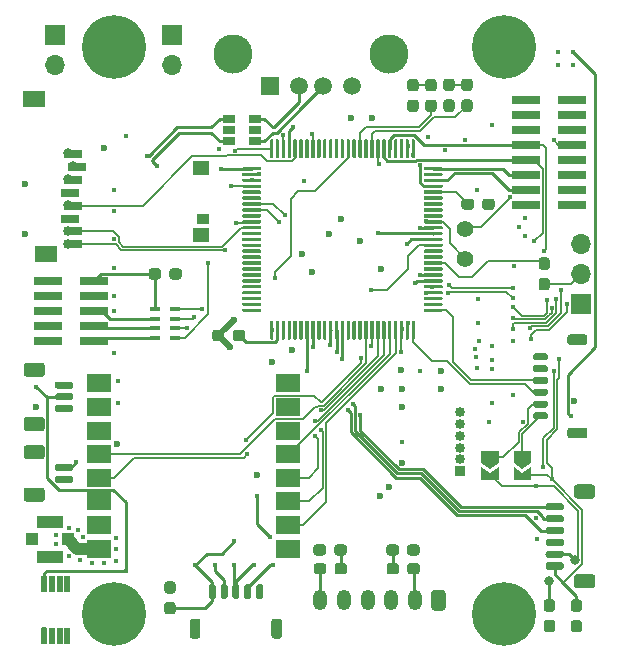
<source format=gbr>
%TF.GenerationSoftware,KiCad,Pcbnew,(5.1.6)-1*%
%TF.CreationDate,2020-12-09T10:59:39+01:00*%
%TF.ProjectId,CanSat,43616e53-6174-42e6-9b69-6361645f7063,rev?*%
%TF.SameCoordinates,Original*%
%TF.FileFunction,Copper,L4,Bot*%
%TF.FilePolarity,Positive*%
%FSLAX46Y46*%
G04 Gerber Fmt 4.6, Leading zero omitted, Abs format (unit mm)*
G04 Created by KiCad (PCBNEW (5.1.6)-1) date 2020-12-09 10:59:39*
%MOMM*%
%LPD*%
G01*
G04 APERTURE LIST*
%TA.AperFunction,ComponentPad*%
%ADD10C,5.400000*%
%TD*%
%TA.AperFunction,ComponentPad*%
%ADD11C,0.800000*%
%TD*%
%TA.AperFunction,SMDPad,CuDef*%
%ADD12R,0.900000X0.400000*%
%TD*%
%TA.AperFunction,SMDPad,CuDef*%
%ADD13R,1.000000X1.000000*%
%TD*%
%TA.AperFunction,SMDPad,CuDef*%
%ADD14R,2.200000X1.050000*%
%TD*%
%TA.AperFunction,ComponentPad*%
%ADD15O,1.700000X1.700000*%
%TD*%
%TA.AperFunction,ComponentPad*%
%ADD16R,1.700000X1.700000*%
%TD*%
%TA.AperFunction,SMDPad,CuDef*%
%ADD17R,2.000000X1.500000*%
%TD*%
%TA.AperFunction,SMDPad,CuDef*%
%ADD18R,1.500000X0.800000*%
%TD*%
%TA.AperFunction,SMDPad,CuDef*%
%ADD19R,1.900000X1.400000*%
%TD*%
%TA.AperFunction,SMDPad,CuDef*%
%ADD20R,1.400000X1.300000*%
%TD*%
%TA.AperFunction,SMDPad,CuDef*%
%ADD21R,1.000000X0.950000*%
%TD*%
%TA.AperFunction,SMDPad,CuDef*%
%ADD22R,2.400000X0.740000*%
%TD*%
%TA.AperFunction,ComponentPad*%
%ADD23O,1.200000X1.750000*%
%TD*%
%TA.AperFunction,ComponentPad*%
%ADD24O,0.850000X0.850000*%
%TD*%
%TA.AperFunction,ComponentPad*%
%ADD25R,0.850000X0.850000*%
%TD*%
%TA.AperFunction,SMDPad,CuDef*%
%ADD26C,0.100000*%
%TD*%
%TA.AperFunction,ComponentPad*%
%ADD27C,1.400000*%
%TD*%
%TA.AperFunction,ComponentPad*%
%ADD28R,1.508000X1.508000*%
%TD*%
%TA.AperFunction,ComponentPad*%
%ADD29C,1.508000*%
%TD*%
%TA.AperFunction,ComponentPad*%
%ADD30C,3.316000*%
%TD*%
%TA.AperFunction,SMDPad,CuDef*%
%ADD31R,0.470000X1.420000*%
%TD*%
%TA.AperFunction,SMDPad,CuDef*%
%ADD32R,1.060000X0.650000*%
%TD*%
%TA.AperFunction,ViaPad*%
%ADD33C,0.450000*%
%TD*%
%TA.AperFunction,ViaPad*%
%ADD34C,0.600000*%
%TD*%
%TA.AperFunction,ViaPad*%
%ADD35C,0.800000*%
%TD*%
%TA.AperFunction,Conductor*%
%ADD36C,0.508000*%
%TD*%
%TA.AperFunction,Conductor*%
%ADD37C,0.254000*%
%TD*%
%TA.AperFunction,Conductor*%
%ADD38C,0.200000*%
%TD*%
%TA.AperFunction,Conductor*%
%ADD39C,0.250000*%
%TD*%
%TA.AperFunction,Conductor*%
%ADD40C,1.016000*%
%TD*%
%TA.AperFunction,Conductor*%
%ADD41C,0.261112*%
%TD*%
G04 APERTURE END LIST*
D10*
%TO.P,H3,1*%
%TO.N,GND*%
X226500000Y-81500000D03*
D11*
X228525000Y-81500000D03*
X227931891Y-82931891D03*
X226500000Y-83525000D03*
X225068109Y-82931891D03*
X224475000Y-81500000D03*
X225068109Y-80068109D03*
X226500000Y-79475000D03*
X227931891Y-80068109D03*
%TD*%
D12*
%TO.P,RN3,5*%
%TO.N,Net-(J13-Pad2)*%
X197016000Y-58096000D03*
%TO.P,RN3,6*%
%TO.N,Net-(J13-Pad4)*%
X197016000Y-57296000D03*
%TO.P,RN3,7*%
%TO.N,Net-(J13-Pad6)*%
X197016000Y-56496000D03*
%TO.P,RN3,8*%
%TO.N,Net-(C12-Pad1)*%
X197016000Y-55696000D03*
%TO.P,RN3,4*%
%TO.N,/STM32 MCU/SWDIO*%
X198716000Y-58096000D03*
%TO.P,RN3,1*%
%TO.N,/STM32 MCU/NRST*%
X198716000Y-55696000D03*
%TO.P,RN3,3*%
%TO.N,/STM32 MCU/SWCLK*%
X198716000Y-57296000D03*
%TO.P,RN3,2*%
%TO.N,/STM32 MCU/SWO*%
X198716000Y-56496000D03*
%TD*%
D13*
%TO.P,J9,1*%
%TO.N,/Peripherals and Connectors/RF_ANT*%
X189587000Y-75184000D03*
%TO.P,J9,2*%
%TO.N,GND*%
X186587000Y-75184000D03*
D14*
X188087000Y-76659000D03*
X188087000Y-73709000D03*
%TD*%
D15*
%TO.P,J7,2*%
%TO.N,GND*%
X198437500Y-34988500D03*
D16*
%TO.P,J7,1*%
X198437500Y-32448500D03*
%TD*%
D15*
%TO.P,J6,2*%
%TO.N,GND*%
X188531500Y-34988500D03*
D16*
%TO.P,J6,1*%
X188531500Y-32448500D03*
%TD*%
%TO.P,F1,1*%
%TO.N,Net-(F1-Pad1)*%
%TA.AperFunction,SMDPad,CuDef*%
G36*
G01*
X198484500Y-81523000D02*
X198009500Y-81523000D01*
G75*
G02*
X197772000Y-81285500I0J237500D01*
G01*
X197772000Y-80710500D01*
G75*
G02*
X198009500Y-80473000I237500J0D01*
G01*
X198484500Y-80473000D01*
G75*
G02*
X198722000Y-80710500I0J-237500D01*
G01*
X198722000Y-81285500D01*
G75*
G02*
X198484500Y-81523000I-237500J0D01*
G01*
G37*
%TD.AperFunction*%
%TO.P,F1,2*%
%TO.N,+3V3*%
%TA.AperFunction,SMDPad,CuDef*%
G36*
G01*
X198484500Y-79773000D02*
X198009500Y-79773000D01*
G75*
G02*
X197772000Y-79535500I0J237500D01*
G01*
X197772000Y-78960500D01*
G75*
G02*
X198009500Y-78723000I237500J0D01*
G01*
X198484500Y-78723000D01*
G75*
G02*
X198722000Y-78960500I0J-237500D01*
G01*
X198722000Y-79535500D01*
G75*
G02*
X198484500Y-79773000I-237500J0D01*
G01*
G37*
%TD.AperFunction*%
%TD*%
D17*
%TO.P,U1,1*%
%TO.N,/Peripherals and Connectors/RF_ANT*%
X192279000Y-75961000D03*
%TO.P,U1,2*%
%TO.N,GND*%
X192279000Y-73961000D03*
%TO.P,U1,3*%
%TO.N,+3V3*%
X192279000Y-71961000D03*
%TO.P,U1,4*%
%TO.N,/Peripherals and Connectors/RADIO_RST*%
X192279000Y-69961000D03*
%TO.P,U1,5*%
%TO.N,/Peripherals and Connectors/RADIO_INT*%
X192279000Y-67961000D03*
%TO.P,U1,6*%
%TO.N,Net-(U1-Pad6)*%
X192279000Y-65961000D03*
%TO.P,U1,7*%
%TO.N,Net-(U1-Pad7)*%
X192279000Y-63961000D03*
%TO.P,U1,8*%
%TO.N,Net-(U1-Pad8)*%
X192279000Y-61961000D03*
%TO.P,U1,9*%
%TO.N,GND*%
X208279000Y-61961000D03*
%TO.P,U1,10*%
%TO.N,Net-(U1-Pad10)*%
X208279000Y-63961000D03*
%TO.P,U1,11*%
%TO.N,Net-(U1-Pad11)*%
X208279000Y-65961000D03*
%TO.P,U1,12*%
%TO.N,/Peripherals and Connectors/RADIO_CLK*%
X208279000Y-67961000D03*
%TO.P,U1,13*%
%TO.N,/Peripherals and Connectors/RADIO_MISO*%
X208279000Y-69961000D03*
%TO.P,U1,14*%
%TO.N,/Peripherals and Connectors/RADIO_MOSI*%
X208279000Y-71961000D03*
%TO.P,U1,15*%
%TO.N,/Peripherals and Connectors/RADIO_NSS*%
X208279000Y-73961000D03*
%TO.P,U1,16*%
%TO.N,GND*%
X208279000Y-75961000D03*
%TD*%
D18*
%TO.P,J14,1*%
%TO.N,/STM32 MCU/SD_DAT2*%
X190015000Y-42510000D03*
%TO.P,J14,2*%
%TO.N,/STM32 MCU/SD_DAT3*%
X190415000Y-43610000D03*
%TO.P,J14,3*%
%TO.N,/STM32 MCU/SD_CMD*%
X190015000Y-44710000D03*
%TO.P,J14,4*%
%TO.N,+3V3*%
X189815000Y-45810000D03*
%TO.P,J14,5*%
%TO.N,/STM32 MCU/SD_CLK*%
X190015000Y-46910000D03*
%TO.P,J14,6*%
%TO.N,GND*%
X189815000Y-48010000D03*
%TO.P,J14,7*%
%TO.N,/STM32 MCU/SD_DAT0*%
X190015000Y-49110000D03*
D19*
%TO.P,J14,S4*%
%TO.N,GND*%
X186725000Y-37850000D03*
D20*
%TO.P,J14,S2*%
X200875000Y-43700000D03*
D21*
%TO.P,J14,SW*%
%TO.N,Net-(J14-PadSW)*%
X201075000Y-48010000D03*
D20*
%TO.P,J14,S1*%
%TO.N,GND*%
X200875000Y-49400000D03*
D19*
%TO.P,J14,S3*%
X187725000Y-51000000D03*
D18*
%TO.P,J14,8*%
%TO.N,/STM32 MCU/SD_DAT1*%
X190015000Y-50210000D03*
%TD*%
%TO.P,J4,1*%
%TO.N,GND*%
%TA.AperFunction,SMDPad,CuDef*%
G36*
G01*
X206135000Y-79130000D02*
X206135000Y-80080000D01*
G75*
G02*
X205985000Y-80230000I-150000J0D01*
G01*
X205685000Y-80230000D01*
G75*
G02*
X205535000Y-80080000I0J150000D01*
G01*
X205535000Y-79130000D01*
G75*
G02*
X205685000Y-78980000I150000J0D01*
G01*
X205985000Y-78980000D01*
G75*
G02*
X206135000Y-79130000I0J-150000D01*
G01*
G37*
%TD.AperFunction*%
%TO.P,J4,2*%
%TO.N,Net-(J4-Pad2)*%
%TA.AperFunction,SMDPad,CuDef*%
G36*
G01*
X205135000Y-79130000D02*
X205135000Y-80080000D01*
G75*
G02*
X204985000Y-80230000I-150000J0D01*
G01*
X204685000Y-80230000D01*
G75*
G02*
X204535000Y-80080000I0J150000D01*
G01*
X204535000Y-79130000D01*
G75*
G02*
X204685000Y-78980000I150000J0D01*
G01*
X204985000Y-78980000D01*
G75*
G02*
X205135000Y-79130000I0J-150000D01*
G01*
G37*
%TD.AperFunction*%
%TO.P,J4,3*%
%TO.N,Net-(J4-Pad3)*%
%TA.AperFunction,SMDPad,CuDef*%
G36*
G01*
X204135000Y-79130000D02*
X204135000Y-80080000D01*
G75*
G02*
X203985000Y-80230000I-150000J0D01*
G01*
X203685000Y-80230000D01*
G75*
G02*
X203535000Y-80080000I0J150000D01*
G01*
X203535000Y-79130000D01*
G75*
G02*
X203685000Y-78980000I150000J0D01*
G01*
X203985000Y-78980000D01*
G75*
G02*
X204135000Y-79130000I0J-150000D01*
G01*
G37*
%TD.AperFunction*%
%TO.P,J4,4*%
%TO.N,Net-(J4-Pad4)*%
%TA.AperFunction,SMDPad,CuDef*%
G36*
G01*
X203135000Y-79130000D02*
X203135000Y-80080000D01*
G75*
G02*
X202985000Y-80230000I-150000J0D01*
G01*
X202685000Y-80230000D01*
G75*
G02*
X202535000Y-80080000I0J150000D01*
G01*
X202535000Y-79130000D01*
G75*
G02*
X202685000Y-78980000I150000J0D01*
G01*
X202985000Y-78980000D01*
G75*
G02*
X203135000Y-79130000I0J-150000D01*
G01*
G37*
%TD.AperFunction*%
%TO.P,J4,5*%
%TO.N,Net-(F1-Pad1)*%
%TA.AperFunction,SMDPad,CuDef*%
G36*
G01*
X202135000Y-79130000D02*
X202135000Y-80080000D01*
G75*
G02*
X201985000Y-80230000I-150000J0D01*
G01*
X201685000Y-80230000D01*
G75*
G02*
X201535000Y-80080000I0J150000D01*
G01*
X201535000Y-79130000D01*
G75*
G02*
X201685000Y-78980000I150000J0D01*
G01*
X201985000Y-78980000D01*
G75*
G02*
X202135000Y-79130000I0J-150000D01*
G01*
G37*
%TD.AperFunction*%
%TO.P,J4,MP*%
%TO.N,N/C*%
%TA.AperFunction,SMDPad,CuDef*%
G36*
G01*
X207735000Y-82105000D02*
X207735000Y-83355000D01*
G75*
G02*
X207510000Y-83580000I-225000J0D01*
G01*
X207060000Y-83580000D01*
G75*
G02*
X206835000Y-83355000I0J225000D01*
G01*
X206835000Y-82105000D01*
G75*
G02*
X207060000Y-81880000I225000J0D01*
G01*
X207510000Y-81880000D01*
G75*
G02*
X207735000Y-82105000I0J-225000D01*
G01*
G37*
%TD.AperFunction*%
%TA.AperFunction,SMDPad,CuDef*%
G36*
G01*
X200835000Y-82105000D02*
X200835000Y-83355000D01*
G75*
G02*
X200610000Y-83580000I-225000J0D01*
G01*
X200160000Y-83580000D01*
G75*
G02*
X199935000Y-83355000I0J225000D01*
G01*
X199935000Y-82105000D01*
G75*
G02*
X200160000Y-81880000I225000J0D01*
G01*
X200610000Y-81880000D01*
G75*
G02*
X200835000Y-82105000I0J-225000D01*
G01*
G37*
%TD.AperFunction*%
%TD*%
%TO.P,C6,2*%
%TO.N,GND*%
%TA.AperFunction,SMDPad,CuDef*%
G36*
G01*
X202864000Y-57674500D02*
X202864000Y-58149500D01*
G75*
G02*
X202626500Y-58387000I-237500J0D01*
G01*
X202051500Y-58387000D01*
G75*
G02*
X201814000Y-58149500I0J237500D01*
G01*
X201814000Y-57674500D01*
G75*
G02*
X202051500Y-57437000I237500J0D01*
G01*
X202626500Y-57437000D01*
G75*
G02*
X202864000Y-57674500I0J-237500D01*
G01*
G37*
%TD.AperFunction*%
%TO.P,C6,1*%
%TO.N,Net-(C6-Pad1)*%
%TA.AperFunction,SMDPad,CuDef*%
G36*
G01*
X204614000Y-57674500D02*
X204614000Y-58149500D01*
G75*
G02*
X204376500Y-58387000I-237500J0D01*
G01*
X203801500Y-58387000D01*
G75*
G02*
X203564000Y-58149500I0J237500D01*
G01*
X203564000Y-57674500D01*
G75*
G02*
X203801500Y-57437000I237500J0D01*
G01*
X204376500Y-57437000D01*
G75*
G02*
X204614000Y-57674500I0J-237500D01*
G01*
G37*
%TD.AperFunction*%
%TD*%
%TO.P,C12,2*%
%TO.N,GND*%
%TA.AperFunction,SMDPad,CuDef*%
G36*
G01*
X198202000Y-52942500D02*
X198202000Y-52467500D01*
G75*
G02*
X198439500Y-52230000I237500J0D01*
G01*
X199014500Y-52230000D01*
G75*
G02*
X199252000Y-52467500I0J-237500D01*
G01*
X199252000Y-52942500D01*
G75*
G02*
X199014500Y-53180000I-237500J0D01*
G01*
X198439500Y-53180000D01*
G75*
G02*
X198202000Y-52942500I0J237500D01*
G01*
G37*
%TD.AperFunction*%
%TO.P,C12,1*%
%TO.N,Net-(C12-Pad1)*%
%TA.AperFunction,SMDPad,CuDef*%
G36*
G01*
X196452000Y-52942500D02*
X196452000Y-52467500D01*
G75*
G02*
X196689500Y-52230000I237500J0D01*
G01*
X197264500Y-52230000D01*
G75*
G02*
X197502000Y-52467500I0J-237500D01*
G01*
X197502000Y-52942500D01*
G75*
G02*
X197264500Y-53180000I-237500J0D01*
G01*
X196689500Y-53180000D01*
G75*
G02*
X196452000Y-52942500I0J237500D01*
G01*
G37*
%TD.AperFunction*%
%TD*%
%TO.P,D1,1*%
%TO.N,GND*%
%TA.AperFunction,SMDPad,CuDef*%
G36*
G01*
X219381500Y-75835500D02*
X219381500Y-76310500D01*
G75*
G02*
X219144000Y-76548000I-237500J0D01*
G01*
X218569000Y-76548000D01*
G75*
G02*
X218331500Y-76310500I0J237500D01*
G01*
X218331500Y-75835500D01*
G75*
G02*
X218569000Y-75598000I237500J0D01*
G01*
X219144000Y-75598000D01*
G75*
G02*
X219381500Y-75835500I0J-237500D01*
G01*
G37*
%TD.AperFunction*%
%TO.P,D1,2*%
%TO.N,Net-(D1-Pad2)*%
%TA.AperFunction,SMDPad,CuDef*%
G36*
G01*
X217631500Y-75835500D02*
X217631500Y-76310500D01*
G75*
G02*
X217394000Y-76548000I-237500J0D01*
G01*
X216819000Y-76548000D01*
G75*
G02*
X216581500Y-76310500I0J237500D01*
G01*
X216581500Y-75835500D01*
G75*
G02*
X216819000Y-75598000I237500J0D01*
G01*
X217394000Y-75598000D01*
G75*
G02*
X217631500Y-75835500I0J-237500D01*
G01*
G37*
%TD.AperFunction*%
%TD*%
%TO.P,D2,2*%
%TO.N,Net-(D2-Pad2)*%
%TA.AperFunction,SMDPad,CuDef*%
G36*
G01*
X212172000Y-76310500D02*
X212172000Y-75835500D01*
G75*
G02*
X212409500Y-75598000I237500J0D01*
G01*
X212984500Y-75598000D01*
G75*
G02*
X213222000Y-75835500I0J-237500D01*
G01*
X213222000Y-76310500D01*
G75*
G02*
X212984500Y-76548000I-237500J0D01*
G01*
X212409500Y-76548000D01*
G75*
G02*
X212172000Y-76310500I0J237500D01*
G01*
G37*
%TD.AperFunction*%
%TO.P,D2,1*%
%TO.N,GND*%
%TA.AperFunction,SMDPad,CuDef*%
G36*
G01*
X210422000Y-76310500D02*
X210422000Y-75835500D01*
G75*
G02*
X210659500Y-75598000I237500J0D01*
G01*
X211234500Y-75598000D01*
G75*
G02*
X211472000Y-75835500I0J-237500D01*
G01*
X211472000Y-76310500D01*
G75*
G02*
X211234500Y-76548000I-237500J0D01*
G01*
X210659500Y-76548000D01*
G75*
G02*
X210422000Y-76310500I0J237500D01*
G01*
G37*
%TD.AperFunction*%
%TD*%
%TO.P,D3,2*%
%TO.N,Net-(D3-Pad2)*%
%TA.AperFunction,SMDPad,CuDef*%
G36*
G01*
X219058500Y-37242000D02*
X218583500Y-37242000D01*
G75*
G02*
X218346000Y-37004500I0J237500D01*
G01*
X218346000Y-36429500D01*
G75*
G02*
X218583500Y-36192000I237500J0D01*
G01*
X219058500Y-36192000D01*
G75*
G02*
X219296000Y-36429500I0J-237500D01*
G01*
X219296000Y-37004500D01*
G75*
G02*
X219058500Y-37242000I-237500J0D01*
G01*
G37*
%TD.AperFunction*%
%TO.P,D3,1*%
%TO.N,GND*%
%TA.AperFunction,SMDPad,CuDef*%
G36*
G01*
X219058500Y-38992000D02*
X218583500Y-38992000D01*
G75*
G02*
X218346000Y-38754500I0J237500D01*
G01*
X218346000Y-38179500D01*
G75*
G02*
X218583500Y-37942000I237500J0D01*
G01*
X219058500Y-37942000D01*
G75*
G02*
X219296000Y-38179500I0J-237500D01*
G01*
X219296000Y-38754500D01*
G75*
G02*
X219058500Y-38992000I-237500J0D01*
G01*
G37*
%TD.AperFunction*%
%TD*%
%TO.P,D4,1*%
%TO.N,GND*%
%TA.AperFunction,SMDPad,CuDef*%
G36*
G01*
X222106500Y-38978000D02*
X221631500Y-38978000D01*
G75*
G02*
X221394000Y-38740500I0J237500D01*
G01*
X221394000Y-38165500D01*
G75*
G02*
X221631500Y-37928000I237500J0D01*
G01*
X222106500Y-37928000D01*
G75*
G02*
X222344000Y-38165500I0J-237500D01*
G01*
X222344000Y-38740500D01*
G75*
G02*
X222106500Y-38978000I-237500J0D01*
G01*
G37*
%TD.AperFunction*%
%TO.P,D4,2*%
%TO.N,Net-(D4-Pad2)*%
%TA.AperFunction,SMDPad,CuDef*%
G36*
G01*
X222106500Y-37228000D02*
X221631500Y-37228000D01*
G75*
G02*
X221394000Y-36990500I0J237500D01*
G01*
X221394000Y-36415500D01*
G75*
G02*
X221631500Y-36178000I237500J0D01*
G01*
X222106500Y-36178000D01*
G75*
G02*
X222344000Y-36415500I0J-237500D01*
G01*
X222344000Y-36990500D01*
G75*
G02*
X222106500Y-37228000I-237500J0D01*
G01*
G37*
%TD.AperFunction*%
%TD*%
%TO.P,J1,1*%
%TO.N,+5V*%
%TA.AperFunction,SMDPad,CuDef*%
G36*
G01*
X229141000Y-59422000D02*
X230091000Y-59422000D01*
G75*
G02*
X230241000Y-59572000I0J-150000D01*
G01*
X230241000Y-59872000D01*
G75*
G02*
X230091000Y-60022000I-150000J0D01*
G01*
X229141000Y-60022000D01*
G75*
G02*
X228991000Y-59872000I0J150000D01*
G01*
X228991000Y-59572000D01*
G75*
G02*
X229141000Y-59422000I150000J0D01*
G01*
G37*
%TD.AperFunction*%
%TO.P,J1,2*%
%TO.N,GND*%
%TA.AperFunction,SMDPad,CuDef*%
G36*
G01*
X229141000Y-60422000D02*
X230091000Y-60422000D01*
G75*
G02*
X230241000Y-60572000I0J-150000D01*
G01*
X230241000Y-60872000D01*
G75*
G02*
X230091000Y-61022000I-150000J0D01*
G01*
X229141000Y-61022000D01*
G75*
G02*
X228991000Y-60872000I0J150000D01*
G01*
X228991000Y-60572000D01*
G75*
G02*
X229141000Y-60422000I150000J0D01*
G01*
G37*
%TD.AperFunction*%
%TO.P,J1,3*%
%TO.N,/Peripherals and Connectors/GPS_RX*%
%TA.AperFunction,SMDPad,CuDef*%
G36*
G01*
X229141000Y-61422000D02*
X230091000Y-61422000D01*
G75*
G02*
X230241000Y-61572000I0J-150000D01*
G01*
X230241000Y-61872000D01*
G75*
G02*
X230091000Y-62022000I-150000J0D01*
G01*
X229141000Y-62022000D01*
G75*
G02*
X228991000Y-61872000I0J150000D01*
G01*
X228991000Y-61572000D01*
G75*
G02*
X229141000Y-61422000I150000J0D01*
G01*
G37*
%TD.AperFunction*%
%TO.P,J1,4*%
%TO.N,/Peripherals and Connectors/GPS_TX*%
%TA.AperFunction,SMDPad,CuDef*%
G36*
G01*
X229141000Y-62422000D02*
X230091000Y-62422000D01*
G75*
G02*
X230241000Y-62572000I0J-150000D01*
G01*
X230241000Y-62872000D01*
G75*
G02*
X230091000Y-63022000I-150000J0D01*
G01*
X229141000Y-63022000D01*
G75*
G02*
X228991000Y-62872000I0J150000D01*
G01*
X228991000Y-62572000D01*
G75*
G02*
X229141000Y-62422000I150000J0D01*
G01*
G37*
%TD.AperFunction*%
%TO.P,J1,5*%
%TO.N,Net-(J1-Pad5)*%
%TA.AperFunction,SMDPad,CuDef*%
G36*
G01*
X229141000Y-63422000D02*
X230091000Y-63422000D01*
G75*
G02*
X230241000Y-63572000I0J-150000D01*
G01*
X230241000Y-63872000D01*
G75*
G02*
X230091000Y-64022000I-150000J0D01*
G01*
X229141000Y-64022000D01*
G75*
G02*
X228991000Y-63872000I0J150000D01*
G01*
X228991000Y-63572000D01*
G75*
G02*
X229141000Y-63422000I150000J0D01*
G01*
G37*
%TD.AperFunction*%
%TO.P,J1,6*%
%TO.N,Net-(J1-Pad6)*%
%TA.AperFunction,SMDPad,CuDef*%
G36*
G01*
X229141000Y-64422000D02*
X230091000Y-64422000D01*
G75*
G02*
X230241000Y-64572000I0J-150000D01*
G01*
X230241000Y-64872000D01*
G75*
G02*
X230091000Y-65022000I-150000J0D01*
G01*
X229141000Y-65022000D01*
G75*
G02*
X228991000Y-64872000I0J150000D01*
G01*
X228991000Y-64572000D01*
G75*
G02*
X229141000Y-64422000I150000J0D01*
G01*
G37*
%TD.AperFunction*%
%TO.P,J1,MP*%
%TO.N,N/C*%
%TA.AperFunction,SMDPad,CuDef*%
G36*
G01*
X232116000Y-57822000D02*
X233366000Y-57822000D01*
G75*
G02*
X233591000Y-58047000I0J-225000D01*
G01*
X233591000Y-58497000D01*
G75*
G02*
X233366000Y-58722000I-225000J0D01*
G01*
X232116000Y-58722000D01*
G75*
G02*
X231891000Y-58497000I0J225000D01*
G01*
X231891000Y-58047000D01*
G75*
G02*
X232116000Y-57822000I225000J0D01*
G01*
G37*
%TD.AperFunction*%
%TA.AperFunction,SMDPad,CuDef*%
G36*
G01*
X232116000Y-65722000D02*
X233366000Y-65722000D01*
G75*
G02*
X233591000Y-65947000I0J-225000D01*
G01*
X233591000Y-66397000D01*
G75*
G02*
X233366000Y-66622000I-225000J0D01*
G01*
X232116000Y-66622000D01*
G75*
G02*
X231891000Y-66397000I0J225000D01*
G01*
X231891000Y-65947000D01*
G75*
G02*
X232116000Y-65722000I225000J0D01*
G01*
G37*
%TD.AperFunction*%
%TD*%
%TO.P,J2,MP*%
%TO.N,N/C*%
%TA.AperFunction,SMDPad,CuDef*%
G36*
G01*
X186109999Y-70796000D02*
X187410001Y-70796000D01*
G75*
G02*
X187660000Y-71045999I0J-249999D01*
G01*
X187660000Y-71746001D01*
G75*
G02*
X187410001Y-71996000I-249999J0D01*
G01*
X186109999Y-71996000D01*
G75*
G02*
X185860000Y-71746001I0J249999D01*
G01*
X185860000Y-71045999D01*
G75*
G02*
X186109999Y-70796000I249999J0D01*
G01*
G37*
%TD.AperFunction*%
%TA.AperFunction,SMDPad,CuDef*%
G36*
G01*
X186109999Y-67196000D02*
X187410001Y-67196000D01*
G75*
G02*
X187660000Y-67445999I0J-249999D01*
G01*
X187660000Y-68146001D01*
G75*
G02*
X187410001Y-68396000I-249999J0D01*
G01*
X186109999Y-68396000D01*
G75*
G02*
X185860000Y-68146001I0J249999D01*
G01*
X185860000Y-67445999D01*
G75*
G02*
X186109999Y-67196000I249999J0D01*
G01*
G37*
%TD.AperFunction*%
%TO.P,J2,2*%
%TO.N,+3V3*%
%TA.AperFunction,SMDPad,CuDef*%
G36*
G01*
X188660000Y-69796000D02*
X189910000Y-69796000D01*
G75*
G02*
X190060000Y-69946000I0J-150000D01*
G01*
X190060000Y-70246000D01*
G75*
G02*
X189910000Y-70396000I-150000J0D01*
G01*
X188660000Y-70396000D01*
G75*
G02*
X188510000Y-70246000I0J150000D01*
G01*
X188510000Y-69946000D01*
G75*
G02*
X188660000Y-69796000I150000J0D01*
G01*
G37*
%TD.AperFunction*%
%TO.P,J2,1*%
%TO.N,Net-(C1-Pad1)*%
%TA.AperFunction,SMDPad,CuDef*%
G36*
G01*
X188660000Y-68796000D02*
X189910000Y-68796000D01*
G75*
G02*
X190060000Y-68946000I0J-150000D01*
G01*
X190060000Y-69246000D01*
G75*
G02*
X189910000Y-69396000I-150000J0D01*
G01*
X188660000Y-69396000D01*
G75*
G02*
X188510000Y-69246000I0J150000D01*
G01*
X188510000Y-68946000D01*
G75*
G02*
X188660000Y-68796000I150000J0D01*
G01*
G37*
%TD.AperFunction*%
%TD*%
%TO.P,J3,MP*%
%TO.N,N/C*%
%TA.AperFunction,SMDPad,CuDef*%
G36*
G01*
X186109999Y-64819000D02*
X187410001Y-64819000D01*
G75*
G02*
X187660000Y-65068999I0J-249999D01*
G01*
X187660000Y-65769001D01*
G75*
G02*
X187410001Y-66019000I-249999J0D01*
G01*
X186109999Y-66019000D01*
G75*
G02*
X185860000Y-65769001I0J249999D01*
G01*
X185860000Y-65068999D01*
G75*
G02*
X186109999Y-64819000I249999J0D01*
G01*
G37*
%TD.AperFunction*%
%TA.AperFunction,SMDPad,CuDef*%
G36*
G01*
X186109999Y-60219000D02*
X187410001Y-60219000D01*
G75*
G02*
X187660000Y-60468999I0J-249999D01*
G01*
X187660000Y-61169001D01*
G75*
G02*
X187410001Y-61419000I-249999J0D01*
G01*
X186109999Y-61419000D01*
G75*
G02*
X185860000Y-61169001I0J249999D01*
G01*
X185860000Y-60468999D01*
G75*
G02*
X186109999Y-60219000I249999J0D01*
G01*
G37*
%TD.AperFunction*%
%TO.P,J3,3*%
%TO.N,+3V3*%
%TA.AperFunction,SMDPad,CuDef*%
G36*
G01*
X188660000Y-63819000D02*
X189910000Y-63819000D01*
G75*
G02*
X190060000Y-63969000I0J-150000D01*
G01*
X190060000Y-64269000D01*
G75*
G02*
X189910000Y-64419000I-150000J0D01*
G01*
X188660000Y-64419000D01*
G75*
G02*
X188510000Y-64269000I0J150000D01*
G01*
X188510000Y-63969000D01*
G75*
G02*
X188660000Y-63819000I150000J0D01*
G01*
G37*
%TD.AperFunction*%
%TO.P,J3,2*%
%TO.N,/Peripherals and Connectors/DS_EXTERNAL*%
%TA.AperFunction,SMDPad,CuDef*%
G36*
G01*
X188660000Y-62819000D02*
X189910000Y-62819000D01*
G75*
G02*
X190060000Y-62969000I0J-150000D01*
G01*
X190060000Y-63269000D01*
G75*
G02*
X189910000Y-63419000I-150000J0D01*
G01*
X188660000Y-63419000D01*
G75*
G02*
X188510000Y-63269000I0J150000D01*
G01*
X188510000Y-62969000D01*
G75*
G02*
X188660000Y-62819000I150000J0D01*
G01*
G37*
%TD.AperFunction*%
%TO.P,J3,1*%
%TO.N,GND*%
%TA.AperFunction,SMDPad,CuDef*%
G36*
G01*
X188660000Y-61819000D02*
X189910000Y-61819000D01*
G75*
G02*
X190060000Y-61969000I0J-150000D01*
G01*
X190060000Y-62269000D01*
G75*
G02*
X189910000Y-62419000I-150000J0D01*
G01*
X188660000Y-62419000D01*
G75*
G02*
X188510000Y-62269000I0J150000D01*
G01*
X188510000Y-61969000D01*
G75*
G02*
X188660000Y-61819000I150000J0D01*
G01*
G37*
%TD.AperFunction*%
%TD*%
D22*
%TO.P,J5,1*%
%TO.N,VBAT*%
X232328000Y-37973000D03*
%TO.P,J5,2*%
%TO.N,+3V3*%
X228428000Y-37973000D03*
%TO.P,J5,3*%
%TO.N,GND*%
X232328000Y-39243000D03*
%TO.P,J5,4*%
%TO.N,+5V*%
X228428000Y-39243000D03*
%TO.P,J5,5*%
%TO.N,/Peripherals and Connectors/MISO*%
X232328000Y-40513000D03*
%TO.P,J5,6*%
%TO.N,GND*%
X228428000Y-40513000D03*
%TO.P,J5,7*%
%TO.N,/Peripherals and Connectors/MOSI*%
X232328000Y-41783000D03*
%TO.P,J5,8*%
%TO.N,/Peripherals and Connectors/SDA*%
X228428000Y-41783000D03*
%TO.P,J5,9*%
%TO.N,/Peripherals and Connectors/CLK*%
X232328000Y-43053000D03*
%TO.P,J5,10*%
%TO.N,/Peripherals and Connectors/SCL*%
X228428000Y-43053000D03*
%TO.P,J5,11*%
%TO.N,/RPi CM4/CE0*%
X232328000Y-44323000D03*
%TO.P,J5,12*%
%TO.N,/Peripherals and Connectors/GPIO_2*%
X228428000Y-44323000D03*
%TO.P,J5,13*%
%TO.N,/RPi CM4/CE1*%
X232328000Y-45593000D03*
%TO.P,J5,14*%
%TO.N,/Peripherals and Connectors/GPIO_3*%
X228428000Y-45593000D03*
%TO.P,J5,15*%
%TO.N,GND*%
X232328000Y-46863000D03*
%TO.P,J5,16*%
X228428000Y-46863000D03*
%TD*%
D16*
%TO.P,J10,1*%
%TO.N,GND*%
X233045000Y-55245000D03*
D15*
%TO.P,J10,2*%
%TO.N,Net-(J10-Pad2)*%
X233045000Y-52705000D03*
%TO.P,J10,3*%
%TO.N,+5V*%
X233045000Y-50165000D03*
%TD*%
%TO.P,J11,MP*%
%TO.N,N/C*%
%TA.AperFunction,SMDPad,CuDef*%
G36*
G01*
X234006001Y-71730000D02*
X232705999Y-71730000D01*
G75*
G02*
X232456000Y-71480001I0J249999D01*
G01*
X232456000Y-70779999D01*
G75*
G02*
X232705999Y-70530000I249999J0D01*
G01*
X234006001Y-70530000D01*
G75*
G02*
X234256000Y-70779999I0J-249999D01*
G01*
X234256000Y-71480001D01*
G75*
G02*
X234006001Y-71730000I-249999J0D01*
G01*
G37*
%TD.AperFunction*%
%TA.AperFunction,SMDPad,CuDef*%
G36*
G01*
X234006001Y-79330000D02*
X232705999Y-79330000D01*
G75*
G02*
X232456000Y-79080001I0J249999D01*
G01*
X232456000Y-78379999D01*
G75*
G02*
X232705999Y-78130000I249999J0D01*
G01*
X234006001Y-78130000D01*
G75*
G02*
X234256000Y-78379999I0J-249999D01*
G01*
X234256000Y-79080001D01*
G75*
G02*
X234006001Y-79330000I-249999J0D01*
G01*
G37*
%TD.AperFunction*%
%TO.P,J11,6*%
%TO.N,/Power/PWR_VALID*%
%TA.AperFunction,SMDPad,CuDef*%
G36*
G01*
X231456000Y-72730000D02*
X230206000Y-72730000D01*
G75*
G02*
X230056000Y-72580000I0J150000D01*
G01*
X230056000Y-72280000D01*
G75*
G02*
X230206000Y-72130000I150000J0D01*
G01*
X231456000Y-72130000D01*
G75*
G02*
X231606000Y-72280000I0J-150000D01*
G01*
X231606000Y-72580000D01*
G75*
G02*
X231456000Y-72730000I-150000J0D01*
G01*
G37*
%TD.AperFunction*%
%TO.P,J11,5*%
%TO.N,/Power/PWR_WARN*%
%TA.AperFunction,SMDPad,CuDef*%
G36*
G01*
X231456000Y-73730000D02*
X230206000Y-73730000D01*
G75*
G02*
X230056000Y-73580000I0J150000D01*
G01*
X230056000Y-73280000D01*
G75*
G02*
X230206000Y-73130000I150000J0D01*
G01*
X231456000Y-73130000D01*
G75*
G02*
X231606000Y-73280000I0J-150000D01*
G01*
X231606000Y-73580000D01*
G75*
G02*
X231456000Y-73730000I-150000J0D01*
G01*
G37*
%TD.AperFunction*%
%TO.P,J11,4*%
%TO.N,/Power/PWR_CRITICAL*%
%TA.AperFunction,SMDPad,CuDef*%
G36*
G01*
X231456000Y-74730000D02*
X230206000Y-74730000D01*
G75*
G02*
X230056000Y-74580000I0J150000D01*
G01*
X230056000Y-74280000D01*
G75*
G02*
X230206000Y-74130000I150000J0D01*
G01*
X231456000Y-74130000D01*
G75*
G02*
X231606000Y-74280000I0J-150000D01*
G01*
X231606000Y-74580000D01*
G75*
G02*
X231456000Y-74730000I-150000J0D01*
G01*
G37*
%TD.AperFunction*%
%TO.P,J11,3*%
%TO.N,GND*%
%TA.AperFunction,SMDPad,CuDef*%
G36*
G01*
X231456000Y-75730000D02*
X230206000Y-75730000D01*
G75*
G02*
X230056000Y-75580000I0J150000D01*
G01*
X230056000Y-75280000D01*
G75*
G02*
X230206000Y-75130000I150000J0D01*
G01*
X231456000Y-75130000D01*
G75*
G02*
X231606000Y-75280000I0J-150000D01*
G01*
X231606000Y-75580000D01*
G75*
G02*
X231456000Y-75730000I-150000J0D01*
G01*
G37*
%TD.AperFunction*%
%TO.P,J11,2*%
%TO.N,/Peripherals and Connectors/SCL*%
%TA.AperFunction,SMDPad,CuDef*%
G36*
G01*
X231456000Y-76730000D02*
X230206000Y-76730000D01*
G75*
G02*
X230056000Y-76580000I0J150000D01*
G01*
X230056000Y-76280000D01*
G75*
G02*
X230206000Y-76130000I150000J0D01*
G01*
X231456000Y-76130000D01*
G75*
G02*
X231606000Y-76280000I0J-150000D01*
G01*
X231606000Y-76580000D01*
G75*
G02*
X231456000Y-76730000I-150000J0D01*
G01*
G37*
%TD.AperFunction*%
%TO.P,J11,1*%
%TO.N,/Peripherals and Connectors/SDA*%
%TA.AperFunction,SMDPad,CuDef*%
G36*
G01*
X231456000Y-77730000D02*
X230206000Y-77730000D01*
G75*
G02*
X230056000Y-77580000I0J150000D01*
G01*
X230056000Y-77280000D01*
G75*
G02*
X230206000Y-77130000I150000J0D01*
G01*
X231456000Y-77130000D01*
G75*
G02*
X231606000Y-77280000I0J-150000D01*
G01*
X231606000Y-77580000D01*
G75*
G02*
X231456000Y-77730000I-150000J0D01*
G01*
G37*
%TD.AperFunction*%
%TD*%
D23*
%TO.P,J12,6*%
%TO.N,+3V3*%
X210980000Y-80327500D03*
%TO.P,J12,5*%
%TO.N,GND*%
X212980000Y-80327500D03*
%TO.P,J12,4*%
%TO.N,VBAT*%
X214980000Y-80327500D03*
%TO.P,J12,3*%
%TO.N,GND*%
X216980000Y-80327500D03*
%TO.P,J12,2*%
%TO.N,+5V*%
X218980000Y-80327500D03*
%TO.P,J12,1*%
%TA.AperFunction,ComponentPad*%
G36*
G01*
X221580000Y-79702499D02*
X221580000Y-80952501D01*
G75*
G02*
X221330001Y-81202500I-249999J0D01*
G01*
X220629999Y-81202500D01*
G75*
G02*
X220380000Y-80952501I0J249999D01*
G01*
X220380000Y-79702499D01*
G75*
G02*
X220629999Y-79452500I249999J0D01*
G01*
X221330001Y-79452500D01*
G75*
G02*
X221580000Y-79702499I0J-249999D01*
G01*
G37*
%TD.AperFunction*%
%TD*%
D22*
%TO.P,J13,10*%
%TO.N,Net-(C12-Pad1)*%
X191815000Y-53340000D03*
%TO.P,J13,9*%
%TO.N,GND*%
X187915000Y-53340000D03*
%TO.P,J13,8*%
%TO.N,Net-(J13-Pad8)*%
X191815000Y-54610000D03*
%TO.P,J13,7*%
%TO.N,Net-(J13-Pad7)*%
X187915000Y-54610000D03*
%TO.P,J13,6*%
%TO.N,Net-(J13-Pad6)*%
X191815000Y-55880000D03*
%TO.P,J13,5*%
%TO.N,GND*%
X187915000Y-55880000D03*
%TO.P,J13,4*%
%TO.N,Net-(J13-Pad4)*%
X191815000Y-57150000D03*
%TO.P,J13,3*%
%TO.N,GND*%
X187915000Y-57150000D03*
%TO.P,J13,2*%
%TO.N,Net-(J13-Pad2)*%
X191815000Y-58420000D03*
%TO.P,J13,1*%
%TO.N,+3V3*%
X187915000Y-58420000D03*
%TD*%
D24*
%TO.P,J17,6*%
%TO.N,/RPi CM4/GPIO_5*%
X222800000Y-64400000D03*
%TO.P,J17,5*%
%TO.N,/RPi CM4/GPIO_6*%
X222800000Y-65400000D03*
%TO.P,J17,4*%
%TO.N,/RPi CM4/GPIO_13*%
X222800000Y-66400000D03*
%TO.P,J17,3*%
%TO.N,/RPi CM4/GPIO_19*%
X222800000Y-67400000D03*
%TO.P,J17,2*%
%TO.N,/RPi CM4/GPIO_26*%
X222800000Y-68400000D03*
D25*
%TO.P,J17,1*%
%TO.N,GND*%
X222800000Y-69400000D03*
%TD*%
%TA.AperFunction,SMDPad,CuDef*%
D26*
%TO.P,JP1,2*%
%TO.N,/Peripherals and Connectors/SDA*%
G36*
X227342000Y-70186000D02*
G01*
X227342000Y-69036000D01*
X228092000Y-69536000D01*
X228842000Y-69036000D01*
X228842000Y-70186000D01*
X227342000Y-70186000D01*
G37*
%TD.AperFunction*%
%TA.AperFunction,SMDPad,CuDef*%
%TO.P,JP1,1*%
%TO.N,Net-(J1-Pad6)*%
G36*
X228092000Y-69236000D02*
G01*
X227342000Y-68736000D01*
X227342000Y-67736000D01*
X228842000Y-67736000D01*
X228842000Y-68736000D01*
X228092000Y-69236000D01*
G37*
%TD.AperFunction*%
%TD*%
%TA.AperFunction,SMDPad,CuDef*%
%TO.P,JP2,1*%
%TO.N,Net-(J1-Pad5)*%
G36*
X225361500Y-69236000D02*
G01*
X224611500Y-68736000D01*
X224611500Y-67736000D01*
X226111500Y-67736000D01*
X226111500Y-68736000D01*
X225361500Y-69236000D01*
G37*
%TD.AperFunction*%
%TA.AperFunction,SMDPad,CuDef*%
%TO.P,JP2,2*%
%TO.N,/Peripherals and Connectors/SCL*%
G36*
X224611500Y-70186000D02*
G01*
X224611500Y-69036000D01*
X225361500Y-69536000D01*
X226111500Y-69036000D01*
X226111500Y-70186000D01*
X224611500Y-70186000D01*
G37*
%TD.AperFunction*%
%TD*%
D27*
%TO.P,JP4,1*%
%TO.N,/RPi CM4/nRPI_BOOT*%
X223266000Y-48895000D03*
%TO.P,JP4,2*%
%TO.N,GND*%
X223266000Y-51435000D03*
%TD*%
D28*
%TO.P,P1,1*%
%TO.N,+5V*%
X206685000Y-36830000D03*
D29*
%TO.P,P1,2*%
%TO.N,/RPi CM4/CONN_USB-*%
X209185000Y-36830000D03*
%TO.P,P1,3*%
%TO.N,/RPi CM4/CONN_USB+*%
X211185000Y-36830000D03*
%TO.P,P1,4*%
%TO.N,GND*%
X213685000Y-36830000D03*
D30*
%TO.P,P1,S1*%
%TO.N,N/C*%
X203615000Y-34120000D03*
%TO.P,P1,S2*%
X216755000Y-34120000D03*
%TD*%
%TO.P,R10,1*%
%TO.N,Net-(J10-Pad2)*%
%TA.AperFunction,SMDPad,CuDef*%
G36*
G01*
X230171000Y-54105000D02*
X229696000Y-54105000D01*
G75*
G02*
X229458500Y-53867500I0J237500D01*
G01*
X229458500Y-53292500D01*
G75*
G02*
X229696000Y-53055000I237500J0D01*
G01*
X230171000Y-53055000D01*
G75*
G02*
X230408500Y-53292500I0J-237500D01*
G01*
X230408500Y-53867500D01*
G75*
G02*
X230171000Y-54105000I-237500J0D01*
G01*
G37*
%TD.AperFunction*%
%TO.P,R10,2*%
%TO.N,/Peripherals and Connectors/LED_DATA*%
%TA.AperFunction,SMDPad,CuDef*%
G36*
G01*
X230171000Y-52355000D02*
X229696000Y-52355000D01*
G75*
G02*
X229458500Y-52117500I0J237500D01*
G01*
X229458500Y-51542500D01*
G75*
G02*
X229696000Y-51305000I237500J0D01*
G01*
X230171000Y-51305000D01*
G75*
G02*
X230408500Y-51542500I0J-237500D01*
G01*
X230408500Y-52117500D01*
G75*
G02*
X230171000Y-52355000I-237500J0D01*
G01*
G37*
%TD.AperFunction*%
%TD*%
%TO.P,R11,1*%
%TO.N,Net-(D1-Pad2)*%
%TA.AperFunction,SMDPad,CuDef*%
G36*
G01*
X216595500Y-77898000D02*
X216595500Y-77423000D01*
G75*
G02*
X216833000Y-77185500I237500J0D01*
G01*
X217408000Y-77185500D01*
G75*
G02*
X217645500Y-77423000I0J-237500D01*
G01*
X217645500Y-77898000D01*
G75*
G02*
X217408000Y-78135500I-237500J0D01*
G01*
X216833000Y-78135500D01*
G75*
G02*
X216595500Y-77898000I0J237500D01*
G01*
G37*
%TD.AperFunction*%
%TO.P,R11,2*%
%TO.N,+5V*%
%TA.AperFunction,SMDPad,CuDef*%
G36*
G01*
X218345500Y-77898000D02*
X218345500Y-77423000D01*
G75*
G02*
X218583000Y-77185500I237500J0D01*
G01*
X219158000Y-77185500D01*
G75*
G02*
X219395500Y-77423000I0J-237500D01*
G01*
X219395500Y-77898000D01*
G75*
G02*
X219158000Y-78135500I-237500J0D01*
G01*
X218583000Y-78135500D01*
G75*
G02*
X218345500Y-77898000I0J237500D01*
G01*
G37*
%TD.AperFunction*%
%TD*%
%TO.P,R12,2*%
%TO.N,+3V3*%
%TA.AperFunction,SMDPad,CuDef*%
G36*
G01*
X211486000Y-77423000D02*
X211486000Y-77898000D01*
G75*
G02*
X211248500Y-78135500I-237500J0D01*
G01*
X210673500Y-78135500D01*
G75*
G02*
X210436000Y-77898000I0J237500D01*
G01*
X210436000Y-77423000D01*
G75*
G02*
X210673500Y-77185500I237500J0D01*
G01*
X211248500Y-77185500D01*
G75*
G02*
X211486000Y-77423000I0J-237500D01*
G01*
G37*
%TD.AperFunction*%
%TO.P,R12,1*%
%TO.N,Net-(D2-Pad2)*%
%TA.AperFunction,SMDPad,CuDef*%
G36*
G01*
X213236000Y-77423000D02*
X213236000Y-77898000D01*
G75*
G02*
X212998500Y-78135500I-237500J0D01*
G01*
X212423500Y-78135500D01*
G75*
G02*
X212186000Y-77898000I0J237500D01*
G01*
X212186000Y-77423000D01*
G75*
G02*
X212423500Y-77185500I237500J0D01*
G01*
X212998500Y-77185500D01*
G75*
G02*
X213236000Y-77423000I0J-237500D01*
G01*
G37*
%TD.AperFunction*%
%TD*%
%TO.P,R13,1*%
%TO.N,+3V3*%
%TA.AperFunction,SMDPad,CuDef*%
G36*
G01*
X232901500Y-83061000D02*
X232426500Y-83061000D01*
G75*
G02*
X232189000Y-82823500I0J237500D01*
G01*
X232189000Y-82248500D01*
G75*
G02*
X232426500Y-82011000I237500J0D01*
G01*
X232901500Y-82011000D01*
G75*
G02*
X233139000Y-82248500I0J-237500D01*
G01*
X233139000Y-82823500D01*
G75*
G02*
X232901500Y-83061000I-237500J0D01*
G01*
G37*
%TD.AperFunction*%
%TO.P,R13,2*%
%TO.N,/Peripherals and Connectors/SDA*%
%TA.AperFunction,SMDPad,CuDef*%
G36*
G01*
X232901500Y-81311000D02*
X232426500Y-81311000D01*
G75*
G02*
X232189000Y-81073500I0J237500D01*
G01*
X232189000Y-80498500D01*
G75*
G02*
X232426500Y-80261000I237500J0D01*
G01*
X232901500Y-80261000D01*
G75*
G02*
X233139000Y-80498500I0J-237500D01*
G01*
X233139000Y-81073500D01*
G75*
G02*
X232901500Y-81311000I-237500J0D01*
G01*
G37*
%TD.AperFunction*%
%TD*%
%TO.P,R14,1*%
%TO.N,+3V3*%
%TA.AperFunction,SMDPad,CuDef*%
G36*
G01*
X230615500Y-83047000D02*
X230140500Y-83047000D01*
G75*
G02*
X229903000Y-82809500I0J237500D01*
G01*
X229903000Y-82234500D01*
G75*
G02*
X230140500Y-81997000I237500J0D01*
G01*
X230615500Y-81997000D01*
G75*
G02*
X230853000Y-82234500I0J-237500D01*
G01*
X230853000Y-82809500D01*
G75*
G02*
X230615500Y-83047000I-237500J0D01*
G01*
G37*
%TD.AperFunction*%
%TO.P,R14,2*%
%TO.N,/Peripherals and Connectors/SCL*%
%TA.AperFunction,SMDPad,CuDef*%
G36*
G01*
X230615500Y-81297000D02*
X230140500Y-81297000D01*
G75*
G02*
X229903000Y-81059500I0J237500D01*
G01*
X229903000Y-80484500D01*
G75*
G02*
X230140500Y-80247000I237500J0D01*
G01*
X230615500Y-80247000D01*
G75*
G02*
X230853000Y-80484500I0J-237500D01*
G01*
X230853000Y-81059500D01*
G75*
G02*
X230615500Y-81297000I-237500J0D01*
G01*
G37*
%TD.AperFunction*%
%TD*%
%TO.P,R28,1*%
%TO.N,Net-(D3-Pad2)*%
%TA.AperFunction,SMDPad,CuDef*%
G36*
G01*
X220107500Y-36206000D02*
X220582500Y-36206000D01*
G75*
G02*
X220820000Y-36443500I0J-237500D01*
G01*
X220820000Y-37018500D01*
G75*
G02*
X220582500Y-37256000I-237500J0D01*
G01*
X220107500Y-37256000D01*
G75*
G02*
X219870000Y-37018500I0J237500D01*
G01*
X219870000Y-36443500D01*
G75*
G02*
X220107500Y-36206000I237500J0D01*
G01*
G37*
%TD.AperFunction*%
%TO.P,R28,2*%
%TO.N,/STM32 MCU/LED1*%
%TA.AperFunction,SMDPad,CuDef*%
G36*
G01*
X220107500Y-37956000D02*
X220582500Y-37956000D01*
G75*
G02*
X220820000Y-38193500I0J-237500D01*
G01*
X220820000Y-38768500D01*
G75*
G02*
X220582500Y-39006000I-237500J0D01*
G01*
X220107500Y-39006000D01*
G75*
G02*
X219870000Y-38768500I0J237500D01*
G01*
X219870000Y-38193500D01*
G75*
G02*
X220107500Y-37956000I237500J0D01*
G01*
G37*
%TD.AperFunction*%
%TD*%
%TO.P,R29,1*%
%TO.N,Net-(D4-Pad2)*%
%TA.AperFunction,SMDPad,CuDef*%
G36*
G01*
X223155500Y-36178000D02*
X223630500Y-36178000D01*
G75*
G02*
X223868000Y-36415500I0J-237500D01*
G01*
X223868000Y-36990500D01*
G75*
G02*
X223630500Y-37228000I-237500J0D01*
G01*
X223155500Y-37228000D01*
G75*
G02*
X222918000Y-36990500I0J237500D01*
G01*
X222918000Y-36415500D01*
G75*
G02*
X223155500Y-36178000I237500J0D01*
G01*
G37*
%TD.AperFunction*%
%TO.P,R29,2*%
%TO.N,/STM32 MCU/LED2*%
%TA.AperFunction,SMDPad,CuDef*%
G36*
G01*
X223155500Y-37928000D02*
X223630500Y-37928000D01*
G75*
G02*
X223868000Y-38165500I0J-237500D01*
G01*
X223868000Y-38740500D01*
G75*
G02*
X223630500Y-38978000I-237500J0D01*
G01*
X223155500Y-38978000D01*
G75*
G02*
X222918000Y-38740500I0J237500D01*
G01*
X222918000Y-38165500D01*
G75*
G02*
X223155500Y-37928000I237500J0D01*
G01*
G37*
%TD.AperFunction*%
%TD*%
%TO.P,R30,1*%
%TO.N,/RPi CM4/RUN_PG*%
%TA.AperFunction,SMDPad,CuDef*%
G36*
G01*
X222931500Y-47037000D02*
X222931500Y-46562000D01*
G75*
G02*
X223169000Y-46324500I237500J0D01*
G01*
X223744000Y-46324500D01*
G75*
G02*
X223981500Y-46562000I0J-237500D01*
G01*
X223981500Y-47037000D01*
G75*
G02*
X223744000Y-47274500I-237500J0D01*
G01*
X223169000Y-47274500D01*
G75*
G02*
X222931500Y-47037000I0J237500D01*
G01*
G37*
%TD.AperFunction*%
%TO.P,R30,2*%
%TO.N,Net-(J15-Pad92)*%
%TA.AperFunction,SMDPad,CuDef*%
G36*
G01*
X224681500Y-47037000D02*
X224681500Y-46562000D01*
G75*
G02*
X224919000Y-46324500I237500J0D01*
G01*
X225494000Y-46324500D01*
G75*
G02*
X225731500Y-46562000I0J-237500D01*
G01*
X225731500Y-47037000D01*
G75*
G02*
X225494000Y-47274500I-237500J0D01*
G01*
X224919000Y-47274500D01*
G75*
G02*
X224681500Y-47037000I0J237500D01*
G01*
G37*
%TD.AperFunction*%
%TD*%
D31*
%TO.P,U2,1*%
%TO.N,/Peripherals and Connectors/DS_EXTERNAL*%
X187620000Y-78994000D03*
%TO.P,U2,2*%
%TO.N,N/C*%
X188270000Y-78994000D03*
%TO.P,U2,3*%
X188920000Y-78994000D03*
%TO.P,U2,4*%
%TO.N,GND*%
X189570000Y-78994000D03*
%TO.P,U2,5*%
%TO.N,N/C*%
X189570000Y-83324000D03*
%TO.P,U2,6*%
X188920000Y-83324000D03*
%TO.P,U2,7*%
X188270000Y-83324000D03*
%TO.P,U2,8*%
%TO.N,+3V3*%
X187620000Y-83324000D03*
%TD*%
%TO.P,U3,100*%
%TO.N,+3V3*%
%TA.AperFunction,SMDPad,CuDef*%
G36*
G01*
X219002000Y-41384000D02*
X219002000Y-42834000D01*
G75*
G02*
X218927000Y-42909000I-75000J0D01*
G01*
X218777000Y-42909000D01*
G75*
G02*
X218702000Y-42834000I0J75000D01*
G01*
X218702000Y-41384000D01*
G75*
G02*
X218777000Y-41309000I75000J0D01*
G01*
X218927000Y-41309000D01*
G75*
G02*
X219002000Y-41384000I0J-75000D01*
G01*
G37*
%TD.AperFunction*%
%TO.P,U3,99*%
%TO.N,GND*%
%TA.AperFunction,SMDPad,CuDef*%
G36*
G01*
X218502000Y-41384000D02*
X218502000Y-42834000D01*
G75*
G02*
X218427000Y-42909000I-75000J0D01*
G01*
X218277000Y-42909000D01*
G75*
G02*
X218202000Y-42834000I0J75000D01*
G01*
X218202000Y-41384000D01*
G75*
G02*
X218277000Y-41309000I75000J0D01*
G01*
X218427000Y-41309000D01*
G75*
G02*
X218502000Y-41384000I0J-75000D01*
G01*
G37*
%TD.AperFunction*%
%TO.P,U3,98*%
%TO.N,Net-(U3-Pad98)*%
%TA.AperFunction,SMDPad,CuDef*%
G36*
G01*
X218002000Y-41384000D02*
X218002000Y-42834000D01*
G75*
G02*
X217927000Y-42909000I-75000J0D01*
G01*
X217777000Y-42909000D01*
G75*
G02*
X217702000Y-42834000I0J75000D01*
G01*
X217702000Y-41384000D01*
G75*
G02*
X217777000Y-41309000I75000J0D01*
G01*
X217927000Y-41309000D01*
G75*
G02*
X218002000Y-41384000I0J-75000D01*
G01*
G37*
%TD.AperFunction*%
%TO.P,U3,97*%
%TO.N,Net-(U3-Pad97)*%
%TA.AperFunction,SMDPad,CuDef*%
G36*
G01*
X217502000Y-41384000D02*
X217502000Y-42834000D01*
G75*
G02*
X217427000Y-42909000I-75000J0D01*
G01*
X217277000Y-42909000D01*
G75*
G02*
X217202000Y-42834000I0J75000D01*
G01*
X217202000Y-41384000D01*
G75*
G02*
X217277000Y-41309000I75000J0D01*
G01*
X217427000Y-41309000D01*
G75*
G02*
X217502000Y-41384000I0J-75000D01*
G01*
G37*
%TD.AperFunction*%
%TO.P,U3,96*%
%TO.N,/Peripherals and Connectors/SDA*%
%TA.AperFunction,SMDPad,CuDef*%
G36*
G01*
X217002000Y-41384000D02*
X217002000Y-42834000D01*
G75*
G02*
X216927000Y-42909000I-75000J0D01*
G01*
X216777000Y-42909000D01*
G75*
G02*
X216702000Y-42834000I0J75000D01*
G01*
X216702000Y-41384000D01*
G75*
G02*
X216777000Y-41309000I75000J0D01*
G01*
X216927000Y-41309000D01*
G75*
G02*
X217002000Y-41384000I0J-75000D01*
G01*
G37*
%TD.AperFunction*%
%TO.P,U3,95*%
%TO.N,/Peripherals and Connectors/SCL*%
%TA.AperFunction,SMDPad,CuDef*%
G36*
G01*
X216502000Y-41384000D02*
X216502000Y-42834000D01*
G75*
G02*
X216427000Y-42909000I-75000J0D01*
G01*
X216277000Y-42909000D01*
G75*
G02*
X216202000Y-42834000I0J75000D01*
G01*
X216202000Y-41384000D01*
G75*
G02*
X216277000Y-41309000I75000J0D01*
G01*
X216427000Y-41309000D01*
G75*
G02*
X216502000Y-41384000I0J-75000D01*
G01*
G37*
%TD.AperFunction*%
%TO.P,U3,94*%
%TO.N,/STM32 MCU/BOOT0*%
%TA.AperFunction,SMDPad,CuDef*%
G36*
G01*
X216002000Y-41384000D02*
X216002000Y-42834000D01*
G75*
G02*
X215927000Y-42909000I-75000J0D01*
G01*
X215777000Y-42909000D01*
G75*
G02*
X215702000Y-42834000I0J75000D01*
G01*
X215702000Y-41384000D01*
G75*
G02*
X215777000Y-41309000I75000J0D01*
G01*
X215927000Y-41309000D01*
G75*
G02*
X216002000Y-41384000I0J-75000D01*
G01*
G37*
%TD.AperFunction*%
%TO.P,U3,93*%
%TO.N,/STM32 MCU/LED2*%
%TA.AperFunction,SMDPad,CuDef*%
G36*
G01*
X215502000Y-41384000D02*
X215502000Y-42834000D01*
G75*
G02*
X215427000Y-42909000I-75000J0D01*
G01*
X215277000Y-42909000D01*
G75*
G02*
X215202000Y-42834000I0J75000D01*
G01*
X215202000Y-41384000D01*
G75*
G02*
X215277000Y-41309000I75000J0D01*
G01*
X215427000Y-41309000D01*
G75*
G02*
X215502000Y-41384000I0J-75000D01*
G01*
G37*
%TD.AperFunction*%
%TO.P,U3,92*%
%TO.N,Net-(U3-Pad92)*%
%TA.AperFunction,SMDPad,CuDef*%
G36*
G01*
X215002000Y-41384000D02*
X215002000Y-42834000D01*
G75*
G02*
X214927000Y-42909000I-75000J0D01*
G01*
X214777000Y-42909000D01*
G75*
G02*
X214702000Y-42834000I0J75000D01*
G01*
X214702000Y-41384000D01*
G75*
G02*
X214777000Y-41309000I75000J0D01*
G01*
X214927000Y-41309000D01*
G75*
G02*
X215002000Y-41384000I0J-75000D01*
G01*
G37*
%TD.AperFunction*%
%TO.P,U3,91*%
%TO.N,/STM32 MCU/LED1*%
%TA.AperFunction,SMDPad,CuDef*%
G36*
G01*
X214502000Y-41384000D02*
X214502000Y-42834000D01*
G75*
G02*
X214427000Y-42909000I-75000J0D01*
G01*
X214277000Y-42909000D01*
G75*
G02*
X214202000Y-42834000I0J75000D01*
G01*
X214202000Y-41384000D01*
G75*
G02*
X214277000Y-41309000I75000J0D01*
G01*
X214427000Y-41309000D01*
G75*
G02*
X214502000Y-41384000I0J-75000D01*
G01*
G37*
%TD.AperFunction*%
%TO.P,U3,90*%
%TO.N,Net-(U3-Pad90)*%
%TA.AperFunction,SMDPad,CuDef*%
G36*
G01*
X214002000Y-41384000D02*
X214002000Y-42834000D01*
G75*
G02*
X213927000Y-42909000I-75000J0D01*
G01*
X213777000Y-42909000D01*
G75*
G02*
X213702000Y-42834000I0J75000D01*
G01*
X213702000Y-41384000D01*
G75*
G02*
X213777000Y-41309000I75000J0D01*
G01*
X213927000Y-41309000D01*
G75*
G02*
X214002000Y-41384000I0J-75000D01*
G01*
G37*
%TD.AperFunction*%
%TO.P,U3,89*%
%TO.N,/STM32 MCU/SWO*%
%TA.AperFunction,SMDPad,CuDef*%
G36*
G01*
X213502000Y-41384000D02*
X213502000Y-42834000D01*
G75*
G02*
X213427000Y-42909000I-75000J0D01*
G01*
X213277000Y-42909000D01*
G75*
G02*
X213202000Y-42834000I0J75000D01*
G01*
X213202000Y-41384000D01*
G75*
G02*
X213277000Y-41309000I75000J0D01*
G01*
X213427000Y-41309000D01*
G75*
G02*
X213502000Y-41384000I0J-75000D01*
G01*
G37*
%TD.AperFunction*%
%TO.P,U3,88*%
%TO.N,Net-(U3-Pad88)*%
%TA.AperFunction,SMDPad,CuDef*%
G36*
G01*
X213002000Y-41384000D02*
X213002000Y-42834000D01*
G75*
G02*
X212927000Y-42909000I-75000J0D01*
G01*
X212777000Y-42909000D01*
G75*
G02*
X212702000Y-42834000I0J75000D01*
G01*
X212702000Y-41384000D01*
G75*
G02*
X212777000Y-41309000I75000J0D01*
G01*
X212927000Y-41309000D01*
G75*
G02*
X213002000Y-41384000I0J-75000D01*
G01*
G37*
%TD.AperFunction*%
%TO.P,U3,87*%
%TO.N,Net-(U3-Pad87)*%
%TA.AperFunction,SMDPad,CuDef*%
G36*
G01*
X212502000Y-41384000D02*
X212502000Y-42834000D01*
G75*
G02*
X212427000Y-42909000I-75000J0D01*
G01*
X212277000Y-42909000D01*
G75*
G02*
X212202000Y-42834000I0J75000D01*
G01*
X212202000Y-41384000D01*
G75*
G02*
X212277000Y-41309000I75000J0D01*
G01*
X212427000Y-41309000D01*
G75*
G02*
X212502000Y-41384000I0J-75000D01*
G01*
G37*
%TD.AperFunction*%
%TO.P,U3,86*%
%TO.N,Net-(U3-Pad86)*%
%TA.AperFunction,SMDPad,CuDef*%
G36*
G01*
X212002000Y-41384000D02*
X212002000Y-42834000D01*
G75*
G02*
X211927000Y-42909000I-75000J0D01*
G01*
X211777000Y-42909000D01*
G75*
G02*
X211702000Y-42834000I0J75000D01*
G01*
X211702000Y-41384000D01*
G75*
G02*
X211777000Y-41309000I75000J0D01*
G01*
X211927000Y-41309000D01*
G75*
G02*
X212002000Y-41384000I0J-75000D01*
G01*
G37*
%TD.AperFunction*%
%TO.P,U3,85*%
%TO.N,Net-(U3-Pad85)*%
%TA.AperFunction,SMDPad,CuDef*%
G36*
G01*
X211502000Y-41384000D02*
X211502000Y-42834000D01*
G75*
G02*
X211427000Y-42909000I-75000J0D01*
G01*
X211277000Y-42909000D01*
G75*
G02*
X211202000Y-42834000I0J75000D01*
G01*
X211202000Y-41384000D01*
G75*
G02*
X211277000Y-41309000I75000J0D01*
G01*
X211427000Y-41309000D01*
G75*
G02*
X211502000Y-41384000I0J-75000D01*
G01*
G37*
%TD.AperFunction*%
%TO.P,U3,84*%
%TO.N,Net-(U3-Pad84)*%
%TA.AperFunction,SMDPad,CuDef*%
G36*
G01*
X211002000Y-41384000D02*
X211002000Y-42834000D01*
G75*
G02*
X210927000Y-42909000I-75000J0D01*
G01*
X210777000Y-42909000D01*
G75*
G02*
X210702000Y-42834000I0J75000D01*
G01*
X210702000Y-41384000D01*
G75*
G02*
X210777000Y-41309000I75000J0D01*
G01*
X210927000Y-41309000D01*
G75*
G02*
X211002000Y-41384000I0J-75000D01*
G01*
G37*
%TD.AperFunction*%
%TO.P,U3,83*%
%TO.N,/STM32 MCU/SD_CMD*%
%TA.AperFunction,SMDPad,CuDef*%
G36*
G01*
X210502000Y-41384000D02*
X210502000Y-42834000D01*
G75*
G02*
X210427000Y-42909000I-75000J0D01*
G01*
X210277000Y-42909000D01*
G75*
G02*
X210202000Y-42834000I0J75000D01*
G01*
X210202000Y-41384000D01*
G75*
G02*
X210277000Y-41309000I75000J0D01*
G01*
X210427000Y-41309000D01*
G75*
G02*
X210502000Y-41384000I0J-75000D01*
G01*
G37*
%TD.AperFunction*%
%TO.P,U3,82*%
%TO.N,Net-(U3-Pad82)*%
%TA.AperFunction,SMDPad,CuDef*%
G36*
G01*
X210002000Y-41384000D02*
X210002000Y-42834000D01*
G75*
G02*
X209927000Y-42909000I-75000J0D01*
G01*
X209777000Y-42909000D01*
G75*
G02*
X209702000Y-42834000I0J75000D01*
G01*
X209702000Y-41384000D01*
G75*
G02*
X209777000Y-41309000I75000J0D01*
G01*
X209927000Y-41309000D01*
G75*
G02*
X210002000Y-41384000I0J-75000D01*
G01*
G37*
%TD.AperFunction*%
%TO.P,U3,81*%
%TO.N,Net-(U3-Pad81)*%
%TA.AperFunction,SMDPad,CuDef*%
G36*
G01*
X209502000Y-41384000D02*
X209502000Y-42834000D01*
G75*
G02*
X209427000Y-42909000I-75000J0D01*
G01*
X209277000Y-42909000D01*
G75*
G02*
X209202000Y-42834000I0J75000D01*
G01*
X209202000Y-41384000D01*
G75*
G02*
X209277000Y-41309000I75000J0D01*
G01*
X209427000Y-41309000D01*
G75*
G02*
X209502000Y-41384000I0J-75000D01*
G01*
G37*
%TD.AperFunction*%
%TO.P,U3,80*%
%TO.N,/STM32 MCU/SD_CLK*%
%TA.AperFunction,SMDPad,CuDef*%
G36*
G01*
X209002000Y-41384000D02*
X209002000Y-42834000D01*
G75*
G02*
X208927000Y-42909000I-75000J0D01*
G01*
X208777000Y-42909000D01*
G75*
G02*
X208702000Y-42834000I0J75000D01*
G01*
X208702000Y-41384000D01*
G75*
G02*
X208777000Y-41309000I75000J0D01*
G01*
X208927000Y-41309000D01*
G75*
G02*
X209002000Y-41384000I0J-75000D01*
G01*
G37*
%TD.AperFunction*%
%TO.P,U3,79*%
%TO.N,/STM32 MCU/SD_DAT3*%
%TA.AperFunction,SMDPad,CuDef*%
G36*
G01*
X208502000Y-41384000D02*
X208502000Y-42834000D01*
G75*
G02*
X208427000Y-42909000I-75000J0D01*
G01*
X208277000Y-42909000D01*
G75*
G02*
X208202000Y-42834000I0J75000D01*
G01*
X208202000Y-41384000D01*
G75*
G02*
X208277000Y-41309000I75000J0D01*
G01*
X208427000Y-41309000D01*
G75*
G02*
X208502000Y-41384000I0J-75000D01*
G01*
G37*
%TD.AperFunction*%
%TO.P,U3,78*%
%TO.N,/STM32 MCU/SD_DAT2*%
%TA.AperFunction,SMDPad,CuDef*%
G36*
G01*
X208002000Y-41384000D02*
X208002000Y-42834000D01*
G75*
G02*
X207927000Y-42909000I-75000J0D01*
G01*
X207777000Y-42909000D01*
G75*
G02*
X207702000Y-42834000I0J75000D01*
G01*
X207702000Y-41384000D01*
G75*
G02*
X207777000Y-41309000I75000J0D01*
G01*
X207927000Y-41309000D01*
G75*
G02*
X208002000Y-41384000I0J-75000D01*
G01*
G37*
%TD.AperFunction*%
%TO.P,U3,77*%
%TO.N,Net-(U3-Pad77)*%
%TA.AperFunction,SMDPad,CuDef*%
G36*
G01*
X207502000Y-41384000D02*
X207502000Y-42834000D01*
G75*
G02*
X207427000Y-42909000I-75000J0D01*
G01*
X207277000Y-42909000D01*
G75*
G02*
X207202000Y-42834000I0J75000D01*
G01*
X207202000Y-41384000D01*
G75*
G02*
X207277000Y-41309000I75000J0D01*
G01*
X207427000Y-41309000D01*
G75*
G02*
X207502000Y-41384000I0J-75000D01*
G01*
G37*
%TD.AperFunction*%
%TO.P,U3,76*%
%TO.N,/STM32 MCU/SWCLK*%
%TA.AperFunction,SMDPad,CuDef*%
G36*
G01*
X207002000Y-41384000D02*
X207002000Y-42834000D01*
G75*
G02*
X206927000Y-42909000I-75000J0D01*
G01*
X206777000Y-42909000D01*
G75*
G02*
X206702000Y-42834000I0J75000D01*
G01*
X206702000Y-41384000D01*
G75*
G02*
X206777000Y-41309000I75000J0D01*
G01*
X206927000Y-41309000D01*
G75*
G02*
X207002000Y-41384000I0J-75000D01*
G01*
G37*
%TD.AperFunction*%
%TO.P,U3,75*%
%TO.N,+3V3*%
%TA.AperFunction,SMDPad,CuDef*%
G36*
G01*
X205977000Y-43709000D02*
X205977000Y-43859000D01*
G75*
G02*
X205902000Y-43934000I-75000J0D01*
G01*
X204452000Y-43934000D01*
G75*
G02*
X204377000Y-43859000I0J75000D01*
G01*
X204377000Y-43709000D01*
G75*
G02*
X204452000Y-43634000I75000J0D01*
G01*
X205902000Y-43634000D01*
G75*
G02*
X205977000Y-43709000I0J-75000D01*
G01*
G37*
%TD.AperFunction*%
%TO.P,U3,74*%
%TO.N,GND*%
%TA.AperFunction,SMDPad,CuDef*%
G36*
G01*
X205977000Y-44209000D02*
X205977000Y-44359000D01*
G75*
G02*
X205902000Y-44434000I-75000J0D01*
G01*
X204452000Y-44434000D01*
G75*
G02*
X204377000Y-44359000I0J75000D01*
G01*
X204377000Y-44209000D01*
G75*
G02*
X204452000Y-44134000I75000J0D01*
G01*
X205902000Y-44134000D01*
G75*
G02*
X205977000Y-44209000I0J-75000D01*
G01*
G37*
%TD.AperFunction*%
%TO.P,U3,73*%
%TO.N,Net-(C7-Pad1)*%
%TA.AperFunction,SMDPad,CuDef*%
G36*
G01*
X205977000Y-44709000D02*
X205977000Y-44859000D01*
G75*
G02*
X205902000Y-44934000I-75000J0D01*
G01*
X204452000Y-44934000D01*
G75*
G02*
X204377000Y-44859000I0J75000D01*
G01*
X204377000Y-44709000D01*
G75*
G02*
X204452000Y-44634000I75000J0D01*
G01*
X205902000Y-44634000D01*
G75*
G02*
X205977000Y-44709000I0J-75000D01*
G01*
G37*
%TD.AperFunction*%
%TO.P,U3,72*%
%TO.N,/STM32 MCU/SWDIO*%
%TA.AperFunction,SMDPad,CuDef*%
G36*
G01*
X205977000Y-45209000D02*
X205977000Y-45359000D01*
G75*
G02*
X205902000Y-45434000I-75000J0D01*
G01*
X204452000Y-45434000D01*
G75*
G02*
X204377000Y-45359000I0J75000D01*
G01*
X204377000Y-45209000D01*
G75*
G02*
X204452000Y-45134000I75000J0D01*
G01*
X205902000Y-45134000D01*
G75*
G02*
X205977000Y-45209000I0J-75000D01*
G01*
G37*
%TD.AperFunction*%
%TO.P,U3,71*%
%TO.N,Net-(U3-Pad71)*%
%TA.AperFunction,SMDPad,CuDef*%
G36*
G01*
X205977000Y-45709000D02*
X205977000Y-45859000D01*
G75*
G02*
X205902000Y-45934000I-75000J0D01*
G01*
X204452000Y-45934000D01*
G75*
G02*
X204377000Y-45859000I0J75000D01*
G01*
X204377000Y-45709000D01*
G75*
G02*
X204452000Y-45634000I75000J0D01*
G01*
X205902000Y-45634000D01*
G75*
G02*
X205977000Y-45709000I0J-75000D01*
G01*
G37*
%TD.AperFunction*%
%TO.P,U3,70*%
%TO.N,Net-(U3-Pad70)*%
%TA.AperFunction,SMDPad,CuDef*%
G36*
G01*
X205977000Y-46209000D02*
X205977000Y-46359000D01*
G75*
G02*
X205902000Y-46434000I-75000J0D01*
G01*
X204452000Y-46434000D01*
G75*
G02*
X204377000Y-46359000I0J75000D01*
G01*
X204377000Y-46209000D01*
G75*
G02*
X204452000Y-46134000I75000J0D01*
G01*
X205902000Y-46134000D01*
G75*
G02*
X205977000Y-46209000I0J-75000D01*
G01*
G37*
%TD.AperFunction*%
%TO.P,U3,69*%
%TO.N,/RPi CM4/RPI_TX*%
%TA.AperFunction,SMDPad,CuDef*%
G36*
G01*
X205977000Y-46709000D02*
X205977000Y-46859000D01*
G75*
G02*
X205902000Y-46934000I-75000J0D01*
G01*
X204452000Y-46934000D01*
G75*
G02*
X204377000Y-46859000I0J75000D01*
G01*
X204377000Y-46709000D01*
G75*
G02*
X204452000Y-46634000I75000J0D01*
G01*
X205902000Y-46634000D01*
G75*
G02*
X205977000Y-46709000I0J-75000D01*
G01*
G37*
%TD.AperFunction*%
%TO.P,U3,68*%
%TO.N,/RPi CM4/RPI_RX*%
%TA.AperFunction,SMDPad,CuDef*%
G36*
G01*
X205977000Y-47209000D02*
X205977000Y-47359000D01*
G75*
G02*
X205902000Y-47434000I-75000J0D01*
G01*
X204452000Y-47434000D01*
G75*
G02*
X204377000Y-47359000I0J75000D01*
G01*
X204377000Y-47209000D01*
G75*
G02*
X204452000Y-47134000I75000J0D01*
G01*
X205902000Y-47134000D01*
G75*
G02*
X205977000Y-47209000I0J-75000D01*
G01*
G37*
%TD.AperFunction*%
%TO.P,U3,67*%
%TO.N,Net-(U3-Pad67)*%
%TA.AperFunction,SMDPad,CuDef*%
G36*
G01*
X205977000Y-47709000D02*
X205977000Y-47859000D01*
G75*
G02*
X205902000Y-47934000I-75000J0D01*
G01*
X204452000Y-47934000D01*
G75*
G02*
X204377000Y-47859000I0J75000D01*
G01*
X204377000Y-47709000D01*
G75*
G02*
X204452000Y-47634000I75000J0D01*
G01*
X205902000Y-47634000D01*
G75*
G02*
X205977000Y-47709000I0J-75000D01*
G01*
G37*
%TD.AperFunction*%
%TO.P,U3,66*%
%TO.N,/STM32 MCU/SD_DAT1*%
%TA.AperFunction,SMDPad,CuDef*%
G36*
G01*
X205977000Y-48209000D02*
X205977000Y-48359000D01*
G75*
G02*
X205902000Y-48434000I-75000J0D01*
G01*
X204452000Y-48434000D01*
G75*
G02*
X204377000Y-48359000I0J75000D01*
G01*
X204377000Y-48209000D01*
G75*
G02*
X204452000Y-48134000I75000J0D01*
G01*
X205902000Y-48134000D01*
G75*
G02*
X205977000Y-48209000I0J-75000D01*
G01*
G37*
%TD.AperFunction*%
%TO.P,U3,65*%
%TO.N,/STM32 MCU/SD_DAT0*%
%TA.AperFunction,SMDPad,CuDef*%
G36*
G01*
X205977000Y-48709000D02*
X205977000Y-48859000D01*
G75*
G02*
X205902000Y-48934000I-75000J0D01*
G01*
X204452000Y-48934000D01*
G75*
G02*
X204377000Y-48859000I0J75000D01*
G01*
X204377000Y-48709000D01*
G75*
G02*
X204452000Y-48634000I75000J0D01*
G01*
X205902000Y-48634000D01*
G75*
G02*
X205977000Y-48709000I0J-75000D01*
G01*
G37*
%TD.AperFunction*%
%TO.P,U3,64*%
%TO.N,Net-(U3-Pad64)*%
%TA.AperFunction,SMDPad,CuDef*%
G36*
G01*
X205977000Y-49209000D02*
X205977000Y-49359000D01*
G75*
G02*
X205902000Y-49434000I-75000J0D01*
G01*
X204452000Y-49434000D01*
G75*
G02*
X204377000Y-49359000I0J75000D01*
G01*
X204377000Y-49209000D01*
G75*
G02*
X204452000Y-49134000I75000J0D01*
G01*
X205902000Y-49134000D01*
G75*
G02*
X205977000Y-49209000I0J-75000D01*
G01*
G37*
%TD.AperFunction*%
%TO.P,U3,63*%
%TO.N,Net-(U3-Pad63)*%
%TA.AperFunction,SMDPad,CuDef*%
G36*
G01*
X205977000Y-49709000D02*
X205977000Y-49859000D01*
G75*
G02*
X205902000Y-49934000I-75000J0D01*
G01*
X204452000Y-49934000D01*
G75*
G02*
X204377000Y-49859000I0J75000D01*
G01*
X204377000Y-49709000D01*
G75*
G02*
X204452000Y-49634000I75000J0D01*
G01*
X205902000Y-49634000D01*
G75*
G02*
X205977000Y-49709000I0J-75000D01*
G01*
G37*
%TD.AperFunction*%
%TO.P,U3,62*%
%TO.N,Net-(U3-Pad62)*%
%TA.AperFunction,SMDPad,CuDef*%
G36*
G01*
X205977000Y-50209000D02*
X205977000Y-50359000D01*
G75*
G02*
X205902000Y-50434000I-75000J0D01*
G01*
X204452000Y-50434000D01*
G75*
G02*
X204377000Y-50359000I0J75000D01*
G01*
X204377000Y-50209000D01*
G75*
G02*
X204452000Y-50134000I75000J0D01*
G01*
X205902000Y-50134000D01*
G75*
G02*
X205977000Y-50209000I0J-75000D01*
G01*
G37*
%TD.AperFunction*%
%TO.P,U3,61*%
%TO.N,Net-(U3-Pad61)*%
%TA.AperFunction,SMDPad,CuDef*%
G36*
G01*
X205977000Y-50709000D02*
X205977000Y-50859000D01*
G75*
G02*
X205902000Y-50934000I-75000J0D01*
G01*
X204452000Y-50934000D01*
G75*
G02*
X204377000Y-50859000I0J75000D01*
G01*
X204377000Y-50709000D01*
G75*
G02*
X204452000Y-50634000I75000J0D01*
G01*
X205902000Y-50634000D01*
G75*
G02*
X205977000Y-50709000I0J-75000D01*
G01*
G37*
%TD.AperFunction*%
%TO.P,U3,60*%
%TO.N,Net-(U3-Pad60)*%
%TA.AperFunction,SMDPad,CuDef*%
G36*
G01*
X205977000Y-51209000D02*
X205977000Y-51359000D01*
G75*
G02*
X205902000Y-51434000I-75000J0D01*
G01*
X204452000Y-51434000D01*
G75*
G02*
X204377000Y-51359000I0J75000D01*
G01*
X204377000Y-51209000D01*
G75*
G02*
X204452000Y-51134000I75000J0D01*
G01*
X205902000Y-51134000D01*
G75*
G02*
X205977000Y-51209000I0J-75000D01*
G01*
G37*
%TD.AperFunction*%
%TO.P,U3,59*%
%TO.N,Net-(U3-Pad59)*%
%TA.AperFunction,SMDPad,CuDef*%
G36*
G01*
X205977000Y-51709000D02*
X205977000Y-51859000D01*
G75*
G02*
X205902000Y-51934000I-75000J0D01*
G01*
X204452000Y-51934000D01*
G75*
G02*
X204377000Y-51859000I0J75000D01*
G01*
X204377000Y-51709000D01*
G75*
G02*
X204452000Y-51634000I75000J0D01*
G01*
X205902000Y-51634000D01*
G75*
G02*
X205977000Y-51709000I0J-75000D01*
G01*
G37*
%TD.AperFunction*%
%TO.P,U3,58*%
%TO.N,Net-(U3-Pad58)*%
%TA.AperFunction,SMDPad,CuDef*%
G36*
G01*
X205977000Y-52209000D02*
X205977000Y-52359000D01*
G75*
G02*
X205902000Y-52434000I-75000J0D01*
G01*
X204452000Y-52434000D01*
G75*
G02*
X204377000Y-52359000I0J75000D01*
G01*
X204377000Y-52209000D01*
G75*
G02*
X204452000Y-52134000I75000J0D01*
G01*
X205902000Y-52134000D01*
G75*
G02*
X205977000Y-52209000I0J-75000D01*
G01*
G37*
%TD.AperFunction*%
%TO.P,U3,57*%
%TO.N,Net-(U3-Pad57)*%
%TA.AperFunction,SMDPad,CuDef*%
G36*
G01*
X205977000Y-52709000D02*
X205977000Y-52859000D01*
G75*
G02*
X205902000Y-52934000I-75000J0D01*
G01*
X204452000Y-52934000D01*
G75*
G02*
X204377000Y-52859000I0J75000D01*
G01*
X204377000Y-52709000D01*
G75*
G02*
X204452000Y-52634000I75000J0D01*
G01*
X205902000Y-52634000D01*
G75*
G02*
X205977000Y-52709000I0J-75000D01*
G01*
G37*
%TD.AperFunction*%
%TO.P,U3,56*%
%TO.N,Net-(U3-Pad56)*%
%TA.AperFunction,SMDPad,CuDef*%
G36*
G01*
X205977000Y-53209000D02*
X205977000Y-53359000D01*
G75*
G02*
X205902000Y-53434000I-75000J0D01*
G01*
X204452000Y-53434000D01*
G75*
G02*
X204377000Y-53359000I0J75000D01*
G01*
X204377000Y-53209000D01*
G75*
G02*
X204452000Y-53134000I75000J0D01*
G01*
X205902000Y-53134000D01*
G75*
G02*
X205977000Y-53209000I0J-75000D01*
G01*
G37*
%TD.AperFunction*%
%TO.P,U3,55*%
%TO.N,Net-(U3-Pad55)*%
%TA.AperFunction,SMDPad,CuDef*%
G36*
G01*
X205977000Y-53709000D02*
X205977000Y-53859000D01*
G75*
G02*
X205902000Y-53934000I-75000J0D01*
G01*
X204452000Y-53934000D01*
G75*
G02*
X204377000Y-53859000I0J75000D01*
G01*
X204377000Y-53709000D01*
G75*
G02*
X204452000Y-53634000I75000J0D01*
G01*
X205902000Y-53634000D01*
G75*
G02*
X205977000Y-53709000I0J-75000D01*
G01*
G37*
%TD.AperFunction*%
%TO.P,U3,54*%
%TO.N,Net-(U3-Pad54)*%
%TA.AperFunction,SMDPad,CuDef*%
G36*
G01*
X205977000Y-54209000D02*
X205977000Y-54359000D01*
G75*
G02*
X205902000Y-54434000I-75000J0D01*
G01*
X204452000Y-54434000D01*
G75*
G02*
X204377000Y-54359000I0J75000D01*
G01*
X204377000Y-54209000D01*
G75*
G02*
X204452000Y-54134000I75000J0D01*
G01*
X205902000Y-54134000D01*
G75*
G02*
X205977000Y-54209000I0J-75000D01*
G01*
G37*
%TD.AperFunction*%
%TO.P,U3,53*%
%TO.N,Net-(U3-Pad53)*%
%TA.AperFunction,SMDPad,CuDef*%
G36*
G01*
X205977000Y-54709000D02*
X205977000Y-54859000D01*
G75*
G02*
X205902000Y-54934000I-75000J0D01*
G01*
X204452000Y-54934000D01*
G75*
G02*
X204377000Y-54859000I0J75000D01*
G01*
X204377000Y-54709000D01*
G75*
G02*
X204452000Y-54634000I75000J0D01*
G01*
X205902000Y-54634000D01*
G75*
G02*
X205977000Y-54709000I0J-75000D01*
G01*
G37*
%TD.AperFunction*%
%TO.P,U3,52*%
%TO.N,Net-(U3-Pad52)*%
%TA.AperFunction,SMDPad,CuDef*%
G36*
G01*
X205977000Y-55209000D02*
X205977000Y-55359000D01*
G75*
G02*
X205902000Y-55434000I-75000J0D01*
G01*
X204452000Y-55434000D01*
G75*
G02*
X204377000Y-55359000I0J75000D01*
G01*
X204377000Y-55209000D01*
G75*
G02*
X204452000Y-55134000I75000J0D01*
G01*
X205902000Y-55134000D01*
G75*
G02*
X205977000Y-55209000I0J-75000D01*
G01*
G37*
%TD.AperFunction*%
%TO.P,U3,51*%
%TO.N,Net-(U3-Pad51)*%
%TA.AperFunction,SMDPad,CuDef*%
G36*
G01*
X205977000Y-55709000D02*
X205977000Y-55859000D01*
G75*
G02*
X205902000Y-55934000I-75000J0D01*
G01*
X204452000Y-55934000D01*
G75*
G02*
X204377000Y-55859000I0J75000D01*
G01*
X204377000Y-55709000D01*
G75*
G02*
X204452000Y-55634000I75000J0D01*
G01*
X205902000Y-55634000D01*
G75*
G02*
X205977000Y-55709000I0J-75000D01*
G01*
G37*
%TD.AperFunction*%
%TO.P,U3,50*%
%TO.N,+3V3*%
%TA.AperFunction,SMDPad,CuDef*%
G36*
G01*
X207002000Y-56734000D02*
X207002000Y-58184000D01*
G75*
G02*
X206927000Y-58259000I-75000J0D01*
G01*
X206777000Y-58259000D01*
G75*
G02*
X206702000Y-58184000I0J75000D01*
G01*
X206702000Y-56734000D01*
G75*
G02*
X206777000Y-56659000I75000J0D01*
G01*
X206927000Y-56659000D01*
G75*
G02*
X207002000Y-56734000I0J-75000D01*
G01*
G37*
%TD.AperFunction*%
%TO.P,U3,49*%
%TO.N,Net-(C6-Pad1)*%
%TA.AperFunction,SMDPad,CuDef*%
G36*
G01*
X207502000Y-56734000D02*
X207502000Y-58184000D01*
G75*
G02*
X207427000Y-58259000I-75000J0D01*
G01*
X207277000Y-58259000D01*
G75*
G02*
X207202000Y-58184000I0J75000D01*
G01*
X207202000Y-56734000D01*
G75*
G02*
X207277000Y-56659000I75000J0D01*
G01*
X207427000Y-56659000D01*
G75*
G02*
X207502000Y-56734000I0J-75000D01*
G01*
G37*
%TD.AperFunction*%
%TO.P,U3,48*%
%TO.N,Net-(U3-Pad48)*%
%TA.AperFunction,SMDPad,CuDef*%
G36*
G01*
X208002000Y-56734000D02*
X208002000Y-58184000D01*
G75*
G02*
X207927000Y-58259000I-75000J0D01*
G01*
X207777000Y-58259000D01*
G75*
G02*
X207702000Y-58184000I0J75000D01*
G01*
X207702000Y-56734000D01*
G75*
G02*
X207777000Y-56659000I75000J0D01*
G01*
X207927000Y-56659000D01*
G75*
G02*
X208002000Y-56734000I0J-75000D01*
G01*
G37*
%TD.AperFunction*%
%TO.P,U3,47*%
%TO.N,Net-(U3-Pad47)*%
%TA.AperFunction,SMDPad,CuDef*%
G36*
G01*
X208502000Y-56734000D02*
X208502000Y-58184000D01*
G75*
G02*
X208427000Y-58259000I-75000J0D01*
G01*
X208277000Y-58259000D01*
G75*
G02*
X208202000Y-58184000I0J75000D01*
G01*
X208202000Y-56734000D01*
G75*
G02*
X208277000Y-56659000I75000J0D01*
G01*
X208427000Y-56659000D01*
G75*
G02*
X208502000Y-56734000I0J-75000D01*
G01*
G37*
%TD.AperFunction*%
%TO.P,U3,46*%
%TO.N,Net-(U3-Pad46)*%
%TA.AperFunction,SMDPad,CuDef*%
G36*
G01*
X209002000Y-56734000D02*
X209002000Y-58184000D01*
G75*
G02*
X208927000Y-58259000I-75000J0D01*
G01*
X208777000Y-58259000D01*
G75*
G02*
X208702000Y-58184000I0J75000D01*
G01*
X208702000Y-56734000D01*
G75*
G02*
X208777000Y-56659000I75000J0D01*
G01*
X208927000Y-56659000D01*
G75*
G02*
X209002000Y-56734000I0J-75000D01*
G01*
G37*
%TD.AperFunction*%
%TO.P,U3,45*%
%TO.N,Net-(U3-Pad45)*%
%TA.AperFunction,SMDPad,CuDef*%
G36*
G01*
X209502000Y-56734000D02*
X209502000Y-58184000D01*
G75*
G02*
X209427000Y-58259000I-75000J0D01*
G01*
X209277000Y-58259000D01*
G75*
G02*
X209202000Y-58184000I0J75000D01*
G01*
X209202000Y-56734000D01*
G75*
G02*
X209277000Y-56659000I75000J0D01*
G01*
X209427000Y-56659000D01*
G75*
G02*
X209502000Y-56734000I0J-75000D01*
G01*
G37*
%TD.AperFunction*%
%TO.P,U3,44*%
%TO.N,/Peripherals and Connectors/DS_EXTERNAL*%
%TA.AperFunction,SMDPad,CuDef*%
G36*
G01*
X210002000Y-56734000D02*
X210002000Y-58184000D01*
G75*
G02*
X209927000Y-58259000I-75000J0D01*
G01*
X209777000Y-58259000D01*
G75*
G02*
X209702000Y-58184000I0J75000D01*
G01*
X209702000Y-56734000D01*
G75*
G02*
X209777000Y-56659000I75000J0D01*
G01*
X209927000Y-56659000D01*
G75*
G02*
X210002000Y-56734000I0J-75000D01*
G01*
G37*
%TD.AperFunction*%
%TO.P,U3,43*%
%TO.N,/Peripherals and Connectors/DEPLOY*%
%TA.AperFunction,SMDPad,CuDef*%
G36*
G01*
X210502000Y-56734000D02*
X210502000Y-58184000D01*
G75*
G02*
X210427000Y-58259000I-75000J0D01*
G01*
X210277000Y-58259000D01*
G75*
G02*
X210202000Y-58184000I0J75000D01*
G01*
X210202000Y-56734000D01*
G75*
G02*
X210277000Y-56659000I75000J0D01*
G01*
X210427000Y-56659000D01*
G75*
G02*
X210502000Y-56734000I0J-75000D01*
G01*
G37*
%TD.AperFunction*%
%TO.P,U3,42*%
%TO.N,Net-(U3-Pad42)*%
%TA.AperFunction,SMDPad,CuDef*%
G36*
G01*
X211002000Y-56734000D02*
X211002000Y-58184000D01*
G75*
G02*
X210927000Y-58259000I-75000J0D01*
G01*
X210777000Y-58259000D01*
G75*
G02*
X210702000Y-58184000I0J75000D01*
G01*
X210702000Y-56734000D01*
G75*
G02*
X210777000Y-56659000I75000J0D01*
G01*
X210927000Y-56659000D01*
G75*
G02*
X211002000Y-56734000I0J-75000D01*
G01*
G37*
%TD.AperFunction*%
%TO.P,U3,41*%
%TO.N,Net-(U3-Pad41)*%
%TA.AperFunction,SMDPad,CuDef*%
G36*
G01*
X211502000Y-56734000D02*
X211502000Y-58184000D01*
G75*
G02*
X211427000Y-58259000I-75000J0D01*
G01*
X211277000Y-58259000D01*
G75*
G02*
X211202000Y-58184000I0J75000D01*
G01*
X211202000Y-56734000D01*
G75*
G02*
X211277000Y-56659000I75000J0D01*
G01*
X211427000Y-56659000D01*
G75*
G02*
X211502000Y-56734000I0J-75000D01*
G01*
G37*
%TD.AperFunction*%
%TO.P,U3,40*%
%TO.N,/Power/PWR_CRITICAL*%
%TA.AperFunction,SMDPad,CuDef*%
G36*
G01*
X212002000Y-56734000D02*
X212002000Y-58184000D01*
G75*
G02*
X211927000Y-58259000I-75000J0D01*
G01*
X211777000Y-58259000D01*
G75*
G02*
X211702000Y-58184000I0J75000D01*
G01*
X211702000Y-56734000D01*
G75*
G02*
X211777000Y-56659000I75000J0D01*
G01*
X211927000Y-56659000D01*
G75*
G02*
X212002000Y-56734000I0J-75000D01*
G01*
G37*
%TD.AperFunction*%
%TO.P,U3,39*%
%TO.N,/Power/PWR_WARN*%
%TA.AperFunction,SMDPad,CuDef*%
G36*
G01*
X212502000Y-56734000D02*
X212502000Y-58184000D01*
G75*
G02*
X212427000Y-58259000I-75000J0D01*
G01*
X212277000Y-58259000D01*
G75*
G02*
X212202000Y-58184000I0J75000D01*
G01*
X212202000Y-56734000D01*
G75*
G02*
X212277000Y-56659000I75000J0D01*
G01*
X212427000Y-56659000D01*
G75*
G02*
X212502000Y-56734000I0J-75000D01*
G01*
G37*
%TD.AperFunction*%
%TO.P,U3,38*%
%TO.N,/Power/PWR_VALID*%
%TA.AperFunction,SMDPad,CuDef*%
G36*
G01*
X213002000Y-56734000D02*
X213002000Y-58184000D01*
G75*
G02*
X212927000Y-58259000I-75000J0D01*
G01*
X212777000Y-58259000D01*
G75*
G02*
X212702000Y-58184000I0J75000D01*
G01*
X212702000Y-56734000D01*
G75*
G02*
X212777000Y-56659000I75000J0D01*
G01*
X212927000Y-56659000D01*
G75*
G02*
X213002000Y-56734000I0J-75000D01*
G01*
G37*
%TD.AperFunction*%
%TO.P,U3,37*%
%TO.N,Net-(U3-Pad37)*%
%TA.AperFunction,SMDPad,CuDef*%
G36*
G01*
X213502000Y-56734000D02*
X213502000Y-58184000D01*
G75*
G02*
X213427000Y-58259000I-75000J0D01*
G01*
X213277000Y-58259000D01*
G75*
G02*
X213202000Y-58184000I0J75000D01*
G01*
X213202000Y-56734000D01*
G75*
G02*
X213277000Y-56659000I75000J0D01*
G01*
X213427000Y-56659000D01*
G75*
G02*
X213502000Y-56734000I0J-75000D01*
G01*
G37*
%TD.AperFunction*%
%TO.P,U3,36*%
%TO.N,Net-(U3-Pad36)*%
%TA.AperFunction,SMDPad,CuDef*%
G36*
G01*
X214002000Y-56734000D02*
X214002000Y-58184000D01*
G75*
G02*
X213927000Y-58259000I-75000J0D01*
G01*
X213777000Y-58259000D01*
G75*
G02*
X213702000Y-58184000I0J75000D01*
G01*
X213702000Y-56734000D01*
G75*
G02*
X213777000Y-56659000I75000J0D01*
G01*
X213927000Y-56659000D01*
G75*
G02*
X214002000Y-56734000I0J-75000D01*
G01*
G37*
%TD.AperFunction*%
%TO.P,U3,35*%
%TO.N,Net-(U3-Pad35)*%
%TA.AperFunction,SMDPad,CuDef*%
G36*
G01*
X214502000Y-56734000D02*
X214502000Y-58184000D01*
G75*
G02*
X214427000Y-58259000I-75000J0D01*
G01*
X214277000Y-58259000D01*
G75*
G02*
X214202000Y-58184000I0J75000D01*
G01*
X214202000Y-56734000D01*
G75*
G02*
X214277000Y-56659000I75000J0D01*
G01*
X214427000Y-56659000D01*
G75*
G02*
X214502000Y-56734000I0J-75000D01*
G01*
G37*
%TD.AperFunction*%
%TO.P,U3,34*%
%TO.N,/Peripherals and Connectors/RADIO_INT*%
%TA.AperFunction,SMDPad,CuDef*%
G36*
G01*
X215002000Y-56734000D02*
X215002000Y-58184000D01*
G75*
G02*
X214927000Y-58259000I-75000J0D01*
G01*
X214777000Y-58259000D01*
G75*
G02*
X214702000Y-58184000I0J75000D01*
G01*
X214702000Y-56734000D01*
G75*
G02*
X214777000Y-56659000I75000J0D01*
G01*
X214927000Y-56659000D01*
G75*
G02*
X215002000Y-56734000I0J-75000D01*
G01*
G37*
%TD.AperFunction*%
%TO.P,U3,33*%
%TO.N,/Peripherals and Connectors/RADIO_RST*%
%TA.AperFunction,SMDPad,CuDef*%
G36*
G01*
X215502000Y-56734000D02*
X215502000Y-58184000D01*
G75*
G02*
X215427000Y-58259000I-75000J0D01*
G01*
X215277000Y-58259000D01*
G75*
G02*
X215202000Y-58184000I0J75000D01*
G01*
X215202000Y-56734000D01*
G75*
G02*
X215277000Y-56659000I75000J0D01*
G01*
X215427000Y-56659000D01*
G75*
G02*
X215502000Y-56734000I0J-75000D01*
G01*
G37*
%TD.AperFunction*%
%TO.P,U3,32*%
%TO.N,/Peripherals and Connectors/RADIO_MOSI*%
%TA.AperFunction,SMDPad,CuDef*%
G36*
G01*
X216002000Y-56734000D02*
X216002000Y-58184000D01*
G75*
G02*
X215927000Y-58259000I-75000J0D01*
G01*
X215777000Y-58259000D01*
G75*
G02*
X215702000Y-58184000I0J75000D01*
G01*
X215702000Y-56734000D01*
G75*
G02*
X215777000Y-56659000I75000J0D01*
G01*
X215927000Y-56659000D01*
G75*
G02*
X216002000Y-56734000I0J-75000D01*
G01*
G37*
%TD.AperFunction*%
%TO.P,U3,31*%
%TO.N,/Peripherals and Connectors/RADIO_MISO*%
%TA.AperFunction,SMDPad,CuDef*%
G36*
G01*
X216502000Y-56734000D02*
X216502000Y-58184000D01*
G75*
G02*
X216427000Y-58259000I-75000J0D01*
G01*
X216277000Y-58259000D01*
G75*
G02*
X216202000Y-58184000I0J75000D01*
G01*
X216202000Y-56734000D01*
G75*
G02*
X216277000Y-56659000I75000J0D01*
G01*
X216427000Y-56659000D01*
G75*
G02*
X216502000Y-56734000I0J-75000D01*
G01*
G37*
%TD.AperFunction*%
%TO.P,U3,30*%
%TO.N,/Peripherals and Connectors/RADIO_CLK*%
%TA.AperFunction,SMDPad,CuDef*%
G36*
G01*
X217002000Y-56734000D02*
X217002000Y-58184000D01*
G75*
G02*
X216927000Y-58259000I-75000J0D01*
G01*
X216777000Y-58259000D01*
G75*
G02*
X216702000Y-58184000I0J75000D01*
G01*
X216702000Y-56734000D01*
G75*
G02*
X216777000Y-56659000I75000J0D01*
G01*
X216927000Y-56659000D01*
G75*
G02*
X217002000Y-56734000I0J-75000D01*
G01*
G37*
%TD.AperFunction*%
%TO.P,U3,29*%
%TO.N,/Peripherals and Connectors/RADIO_NSS*%
%TA.AperFunction,SMDPad,CuDef*%
G36*
G01*
X217502000Y-56734000D02*
X217502000Y-58184000D01*
G75*
G02*
X217427000Y-58259000I-75000J0D01*
G01*
X217277000Y-58259000D01*
G75*
G02*
X217202000Y-58184000I0J75000D01*
G01*
X217202000Y-56734000D01*
G75*
G02*
X217277000Y-56659000I75000J0D01*
G01*
X217427000Y-56659000D01*
G75*
G02*
X217502000Y-56734000I0J-75000D01*
G01*
G37*
%TD.AperFunction*%
%TO.P,U3,28*%
%TO.N,+3V3*%
%TA.AperFunction,SMDPad,CuDef*%
G36*
G01*
X218002000Y-56734000D02*
X218002000Y-58184000D01*
G75*
G02*
X217927000Y-58259000I-75000J0D01*
G01*
X217777000Y-58259000D01*
G75*
G02*
X217702000Y-58184000I0J75000D01*
G01*
X217702000Y-56734000D01*
G75*
G02*
X217777000Y-56659000I75000J0D01*
G01*
X217927000Y-56659000D01*
G75*
G02*
X218002000Y-56734000I0J-75000D01*
G01*
G37*
%TD.AperFunction*%
%TO.P,U3,27*%
%TO.N,GND*%
%TA.AperFunction,SMDPad,CuDef*%
G36*
G01*
X218502000Y-56734000D02*
X218502000Y-58184000D01*
G75*
G02*
X218427000Y-58259000I-75000J0D01*
G01*
X218277000Y-58259000D01*
G75*
G02*
X218202000Y-58184000I0J75000D01*
G01*
X218202000Y-56734000D01*
G75*
G02*
X218277000Y-56659000I75000J0D01*
G01*
X218427000Y-56659000D01*
G75*
G02*
X218502000Y-56734000I0J-75000D01*
G01*
G37*
%TD.AperFunction*%
%TO.P,U3,26*%
%TO.N,/Peripherals and Connectors/GPS_TX*%
%TA.AperFunction,SMDPad,CuDef*%
G36*
G01*
X219002000Y-56734000D02*
X219002000Y-58184000D01*
G75*
G02*
X218927000Y-58259000I-75000J0D01*
G01*
X218777000Y-58259000D01*
G75*
G02*
X218702000Y-58184000I0J75000D01*
G01*
X218702000Y-56734000D01*
G75*
G02*
X218777000Y-56659000I75000J0D01*
G01*
X218927000Y-56659000D01*
G75*
G02*
X219002000Y-56734000I0J-75000D01*
G01*
G37*
%TD.AperFunction*%
%TO.P,U3,25*%
%TO.N,/Peripherals and Connectors/GPS_RX*%
%TA.AperFunction,SMDPad,CuDef*%
G36*
G01*
X221327000Y-55709000D02*
X221327000Y-55859000D01*
G75*
G02*
X221252000Y-55934000I-75000J0D01*
G01*
X219802000Y-55934000D01*
G75*
G02*
X219727000Y-55859000I0J75000D01*
G01*
X219727000Y-55709000D01*
G75*
G02*
X219802000Y-55634000I75000J0D01*
G01*
X221252000Y-55634000D01*
G75*
G02*
X221327000Y-55709000I0J-75000D01*
G01*
G37*
%TD.AperFunction*%
%TO.P,U3,24*%
%TO.N,Net-(U3-Pad24)*%
%TA.AperFunction,SMDPad,CuDef*%
G36*
G01*
X221327000Y-55209000D02*
X221327000Y-55359000D01*
G75*
G02*
X221252000Y-55434000I-75000J0D01*
G01*
X219802000Y-55434000D01*
G75*
G02*
X219727000Y-55359000I0J75000D01*
G01*
X219727000Y-55209000D01*
G75*
G02*
X219802000Y-55134000I75000J0D01*
G01*
X221252000Y-55134000D01*
G75*
G02*
X221327000Y-55209000I0J-75000D01*
G01*
G37*
%TD.AperFunction*%
%TO.P,U3,23*%
%TO.N,Net-(U3-Pad23)*%
%TA.AperFunction,SMDPad,CuDef*%
G36*
G01*
X221327000Y-54709000D02*
X221327000Y-54859000D01*
G75*
G02*
X221252000Y-54934000I-75000J0D01*
G01*
X219802000Y-54934000D01*
G75*
G02*
X219727000Y-54859000I0J75000D01*
G01*
X219727000Y-54709000D01*
G75*
G02*
X219802000Y-54634000I75000J0D01*
G01*
X221252000Y-54634000D01*
G75*
G02*
X221327000Y-54709000I0J-75000D01*
G01*
G37*
%TD.AperFunction*%
%TO.P,U3,22*%
%TO.N,/STM32 MCU/VDDA*%
%TA.AperFunction,SMDPad,CuDef*%
G36*
G01*
X221327000Y-54209000D02*
X221327000Y-54359000D01*
G75*
G02*
X221252000Y-54434000I-75000J0D01*
G01*
X219802000Y-54434000D01*
G75*
G02*
X219727000Y-54359000I0J75000D01*
G01*
X219727000Y-54209000D01*
G75*
G02*
X219802000Y-54134000I75000J0D01*
G01*
X221252000Y-54134000D01*
G75*
G02*
X221327000Y-54209000I0J-75000D01*
G01*
G37*
%TD.AperFunction*%
%TO.P,U3,21*%
%TO.N,/STM32 MCU/VREF*%
%TA.AperFunction,SMDPad,CuDef*%
G36*
G01*
X221327000Y-53709000D02*
X221327000Y-53859000D01*
G75*
G02*
X221252000Y-53934000I-75000J0D01*
G01*
X219802000Y-53934000D01*
G75*
G02*
X219727000Y-53859000I0J75000D01*
G01*
X219727000Y-53709000D01*
G75*
G02*
X219802000Y-53634000I75000J0D01*
G01*
X221252000Y-53634000D01*
G75*
G02*
X221327000Y-53709000I0J-75000D01*
G01*
G37*
%TD.AperFunction*%
%TO.P,U3,20*%
%TO.N,GND*%
%TA.AperFunction,SMDPad,CuDef*%
G36*
G01*
X221327000Y-53209000D02*
X221327000Y-53359000D01*
G75*
G02*
X221252000Y-53434000I-75000J0D01*
G01*
X219802000Y-53434000D01*
G75*
G02*
X219727000Y-53359000I0J75000D01*
G01*
X219727000Y-53209000D01*
G75*
G02*
X219802000Y-53134000I75000J0D01*
G01*
X221252000Y-53134000D01*
G75*
G02*
X221327000Y-53209000I0J-75000D01*
G01*
G37*
%TD.AperFunction*%
%TO.P,U3,19*%
%TO.N,+3V3*%
%TA.AperFunction,SMDPad,CuDef*%
G36*
G01*
X221327000Y-52709000D02*
X221327000Y-52859000D01*
G75*
G02*
X221252000Y-52934000I-75000J0D01*
G01*
X219802000Y-52934000D01*
G75*
G02*
X219727000Y-52859000I0J75000D01*
G01*
X219727000Y-52709000D01*
G75*
G02*
X219802000Y-52634000I75000J0D01*
G01*
X221252000Y-52634000D01*
G75*
G02*
X221327000Y-52709000I0J-75000D01*
G01*
G37*
%TD.AperFunction*%
%TO.P,U3,18*%
%TO.N,Net-(U3-Pad18)*%
%TA.AperFunction,SMDPad,CuDef*%
G36*
G01*
X221327000Y-52209000D02*
X221327000Y-52359000D01*
G75*
G02*
X221252000Y-52434000I-75000J0D01*
G01*
X219802000Y-52434000D01*
G75*
G02*
X219727000Y-52359000I0J75000D01*
G01*
X219727000Y-52209000D01*
G75*
G02*
X219802000Y-52134000I75000J0D01*
G01*
X221252000Y-52134000D01*
G75*
G02*
X221327000Y-52209000I0J-75000D01*
G01*
G37*
%TD.AperFunction*%
%TO.P,U3,17*%
%TO.N,/Peripherals and Connectors/LED_DATA*%
%TA.AperFunction,SMDPad,CuDef*%
G36*
G01*
X221327000Y-51709000D02*
X221327000Y-51859000D01*
G75*
G02*
X221252000Y-51934000I-75000J0D01*
G01*
X219802000Y-51934000D01*
G75*
G02*
X219727000Y-51859000I0J75000D01*
G01*
X219727000Y-51709000D01*
G75*
G02*
X219802000Y-51634000I75000J0D01*
G01*
X221252000Y-51634000D01*
G75*
G02*
X221327000Y-51709000I0J-75000D01*
G01*
G37*
%TD.AperFunction*%
%TO.P,U3,16*%
%TO.N,Net-(U3-Pad16)*%
%TA.AperFunction,SMDPad,CuDef*%
G36*
G01*
X221327000Y-51209000D02*
X221327000Y-51359000D01*
G75*
G02*
X221252000Y-51434000I-75000J0D01*
G01*
X219802000Y-51434000D01*
G75*
G02*
X219727000Y-51359000I0J75000D01*
G01*
X219727000Y-51209000D01*
G75*
G02*
X219802000Y-51134000I75000J0D01*
G01*
X221252000Y-51134000D01*
G75*
G02*
X221327000Y-51209000I0J-75000D01*
G01*
G37*
%TD.AperFunction*%
%TO.P,U3,15*%
%TO.N,Net-(U3-Pad15)*%
%TA.AperFunction,SMDPad,CuDef*%
G36*
G01*
X221327000Y-50709000D02*
X221327000Y-50859000D01*
G75*
G02*
X221252000Y-50934000I-75000J0D01*
G01*
X219802000Y-50934000D01*
G75*
G02*
X219727000Y-50859000I0J75000D01*
G01*
X219727000Y-50709000D01*
G75*
G02*
X219802000Y-50634000I75000J0D01*
G01*
X221252000Y-50634000D01*
G75*
G02*
X221327000Y-50709000I0J-75000D01*
G01*
G37*
%TD.AperFunction*%
%TO.P,U3,14*%
%TO.N,/STM32 MCU/NRST*%
%TA.AperFunction,SMDPad,CuDef*%
G36*
G01*
X221327000Y-50209000D02*
X221327000Y-50359000D01*
G75*
G02*
X221252000Y-50434000I-75000J0D01*
G01*
X219802000Y-50434000D01*
G75*
G02*
X219727000Y-50359000I0J75000D01*
G01*
X219727000Y-50209000D01*
G75*
G02*
X219802000Y-50134000I75000J0D01*
G01*
X221252000Y-50134000D01*
G75*
G02*
X221327000Y-50209000I0J-75000D01*
G01*
G37*
%TD.AperFunction*%
%TO.P,U3,13*%
%TO.N,/STM32 MCU/OSC_OUT*%
%TA.AperFunction,SMDPad,CuDef*%
G36*
G01*
X221327000Y-49709000D02*
X221327000Y-49859000D01*
G75*
G02*
X221252000Y-49934000I-75000J0D01*
G01*
X219802000Y-49934000D01*
G75*
G02*
X219727000Y-49859000I0J75000D01*
G01*
X219727000Y-49709000D01*
G75*
G02*
X219802000Y-49634000I75000J0D01*
G01*
X221252000Y-49634000D01*
G75*
G02*
X221327000Y-49709000I0J-75000D01*
G01*
G37*
%TD.AperFunction*%
%TO.P,U3,12*%
%TO.N,/STM32 MCU/OSC_IN*%
%TA.AperFunction,SMDPad,CuDef*%
G36*
G01*
X221327000Y-49209000D02*
X221327000Y-49359000D01*
G75*
G02*
X221252000Y-49434000I-75000J0D01*
G01*
X219802000Y-49434000D01*
G75*
G02*
X219727000Y-49359000I0J75000D01*
G01*
X219727000Y-49209000D01*
G75*
G02*
X219802000Y-49134000I75000J0D01*
G01*
X221252000Y-49134000D01*
G75*
G02*
X221327000Y-49209000I0J-75000D01*
G01*
G37*
%TD.AperFunction*%
%TO.P,U3,11*%
%TO.N,+3V3*%
%TA.AperFunction,SMDPad,CuDef*%
G36*
G01*
X221327000Y-48709000D02*
X221327000Y-48859000D01*
G75*
G02*
X221252000Y-48934000I-75000J0D01*
G01*
X219802000Y-48934000D01*
G75*
G02*
X219727000Y-48859000I0J75000D01*
G01*
X219727000Y-48709000D01*
G75*
G02*
X219802000Y-48634000I75000J0D01*
G01*
X221252000Y-48634000D01*
G75*
G02*
X221327000Y-48709000I0J-75000D01*
G01*
G37*
%TD.AperFunction*%
%TO.P,U3,10*%
%TO.N,GND*%
%TA.AperFunction,SMDPad,CuDef*%
G36*
G01*
X221327000Y-48209000D02*
X221327000Y-48359000D01*
G75*
G02*
X221252000Y-48434000I-75000J0D01*
G01*
X219802000Y-48434000D01*
G75*
G02*
X219727000Y-48359000I0J75000D01*
G01*
X219727000Y-48209000D01*
G75*
G02*
X219802000Y-48134000I75000J0D01*
G01*
X221252000Y-48134000D01*
G75*
G02*
X221327000Y-48209000I0J-75000D01*
G01*
G37*
%TD.AperFunction*%
%TO.P,U3,9*%
%TO.N,Net-(U3-Pad9)*%
%TA.AperFunction,SMDPad,CuDef*%
G36*
G01*
X221327000Y-47709000D02*
X221327000Y-47859000D01*
G75*
G02*
X221252000Y-47934000I-75000J0D01*
G01*
X219802000Y-47934000D01*
G75*
G02*
X219727000Y-47859000I0J75000D01*
G01*
X219727000Y-47709000D01*
G75*
G02*
X219802000Y-47634000I75000J0D01*
G01*
X221252000Y-47634000D01*
G75*
G02*
X221327000Y-47709000I0J-75000D01*
G01*
G37*
%TD.AperFunction*%
%TO.P,U3,8*%
%TO.N,Net-(U3-Pad8)*%
%TA.AperFunction,SMDPad,CuDef*%
G36*
G01*
X221327000Y-47209000D02*
X221327000Y-47359000D01*
G75*
G02*
X221252000Y-47434000I-75000J0D01*
G01*
X219802000Y-47434000D01*
G75*
G02*
X219727000Y-47359000I0J75000D01*
G01*
X219727000Y-47209000D01*
G75*
G02*
X219802000Y-47134000I75000J0D01*
G01*
X221252000Y-47134000D01*
G75*
G02*
X221327000Y-47209000I0J-75000D01*
G01*
G37*
%TD.AperFunction*%
%TO.P,U3,7*%
%TO.N,Net-(U3-Pad7)*%
%TA.AperFunction,SMDPad,CuDef*%
G36*
G01*
X221327000Y-46709000D02*
X221327000Y-46859000D01*
G75*
G02*
X221252000Y-46934000I-75000J0D01*
G01*
X219802000Y-46934000D01*
G75*
G02*
X219727000Y-46859000I0J75000D01*
G01*
X219727000Y-46709000D01*
G75*
G02*
X219802000Y-46634000I75000J0D01*
G01*
X221252000Y-46634000D01*
G75*
G02*
X221327000Y-46709000I0J-75000D01*
G01*
G37*
%TD.AperFunction*%
%TO.P,U3,6*%
%TO.N,Net-(U3-Pad6)*%
%TA.AperFunction,SMDPad,CuDef*%
G36*
G01*
X221327000Y-46209000D02*
X221327000Y-46359000D01*
G75*
G02*
X221252000Y-46434000I-75000J0D01*
G01*
X219802000Y-46434000D01*
G75*
G02*
X219727000Y-46359000I0J75000D01*
G01*
X219727000Y-46209000D01*
G75*
G02*
X219802000Y-46134000I75000J0D01*
G01*
X221252000Y-46134000D01*
G75*
G02*
X221327000Y-46209000I0J-75000D01*
G01*
G37*
%TD.AperFunction*%
%TO.P,U3,5*%
%TO.N,/RPi CM4/RUN_PG*%
%TA.AperFunction,SMDPad,CuDef*%
G36*
G01*
X221327000Y-45709000D02*
X221327000Y-45859000D01*
G75*
G02*
X221252000Y-45934000I-75000J0D01*
G01*
X219802000Y-45934000D01*
G75*
G02*
X219727000Y-45859000I0J75000D01*
G01*
X219727000Y-45709000D01*
G75*
G02*
X219802000Y-45634000I75000J0D01*
G01*
X221252000Y-45634000D01*
G75*
G02*
X221327000Y-45709000I0J-75000D01*
G01*
G37*
%TD.AperFunction*%
%TO.P,U3,4*%
%TO.N,/RPi CM4/GLOBAL_EN*%
%TA.AperFunction,SMDPad,CuDef*%
G36*
G01*
X221327000Y-45209000D02*
X221327000Y-45359000D01*
G75*
G02*
X221252000Y-45434000I-75000J0D01*
G01*
X219802000Y-45434000D01*
G75*
G02*
X219727000Y-45359000I0J75000D01*
G01*
X219727000Y-45209000D01*
G75*
G02*
X219802000Y-45134000I75000J0D01*
G01*
X221252000Y-45134000D01*
G75*
G02*
X221327000Y-45209000I0J-75000D01*
G01*
G37*
%TD.AperFunction*%
%TO.P,U3,3*%
%TO.N,/Peripherals and Connectors/GPIO_3*%
%TA.AperFunction,SMDPad,CuDef*%
G36*
G01*
X221327000Y-44709000D02*
X221327000Y-44859000D01*
G75*
G02*
X221252000Y-44934000I-75000J0D01*
G01*
X219802000Y-44934000D01*
G75*
G02*
X219727000Y-44859000I0J75000D01*
G01*
X219727000Y-44709000D01*
G75*
G02*
X219802000Y-44634000I75000J0D01*
G01*
X221252000Y-44634000D01*
G75*
G02*
X221327000Y-44709000I0J-75000D01*
G01*
G37*
%TD.AperFunction*%
%TO.P,U3,2*%
%TO.N,Net-(U3-Pad2)*%
%TA.AperFunction,SMDPad,CuDef*%
G36*
G01*
X221327000Y-44209000D02*
X221327000Y-44359000D01*
G75*
G02*
X221252000Y-44434000I-75000J0D01*
G01*
X219802000Y-44434000D01*
G75*
G02*
X219727000Y-44359000I0J75000D01*
G01*
X219727000Y-44209000D01*
G75*
G02*
X219802000Y-44134000I75000J0D01*
G01*
X221252000Y-44134000D01*
G75*
G02*
X221327000Y-44209000I0J-75000D01*
G01*
G37*
%TD.AperFunction*%
%TO.P,U3,1*%
%TO.N,/Peripherals and Connectors/GPIO_2*%
%TA.AperFunction,SMDPad,CuDef*%
G36*
G01*
X221327000Y-43709000D02*
X221327000Y-43859000D01*
G75*
G02*
X221252000Y-43934000I-75000J0D01*
G01*
X219802000Y-43934000D01*
G75*
G02*
X219727000Y-43859000I0J75000D01*
G01*
X219727000Y-43709000D01*
G75*
G02*
X219802000Y-43634000I75000J0D01*
G01*
X221252000Y-43634000D01*
G75*
G02*
X221327000Y-43709000I0J-75000D01*
G01*
G37*
%TD.AperFunction*%
%TD*%
D32*
%TO.P,U5,1*%
%TO.N,/RPi CM4/CONN_USB-*%
X205443000Y-39563000D03*
%TO.P,U5,2*%
%TO.N,GND*%
X205443000Y-40513000D03*
%TO.P,U5,3*%
%TO.N,/RPi CM4/CONN_USB+*%
X205443000Y-41463000D03*
%TO.P,U5,4*%
%TO.N,/RPi CM4/USB+*%
X203243000Y-41463000D03*
%TO.P,U5,6*%
%TO.N,/RPi CM4/USB-*%
X203243000Y-39563000D03*
%TO.P,U5,5*%
%TO.N,+5V*%
X203243000Y-40513000D03*
%TD*%
D10*
%TO.P,H1,1*%
%TO.N,GND*%
X193500000Y-33500000D03*
D11*
X195525000Y-33500000D03*
X194931891Y-34931891D03*
X193500000Y-35525000D03*
X192068109Y-34931891D03*
X191475000Y-33500000D03*
X192068109Y-32068109D03*
X193500000Y-31475000D03*
X194931891Y-32068109D03*
%TD*%
%TO.P,H2,1*%
%TO.N,GND*%
X227931891Y-32068109D03*
X226500000Y-31475000D03*
X225068109Y-32068109D03*
X224475000Y-33500000D03*
X225068109Y-34931891D03*
X226500000Y-35525000D03*
X227931891Y-34931891D03*
X228525000Y-33500000D03*
D10*
X226500000Y-33500000D03*
%TD*%
D11*
%TO.P,H4,1*%
%TO.N,GND*%
X194931891Y-80068109D03*
X193500000Y-79475000D03*
X192068109Y-80068109D03*
X191475000Y-81500000D03*
X192068109Y-82931891D03*
X193500000Y-83525000D03*
X194931891Y-82931891D03*
X195525000Y-81500000D03*
D10*
X193500000Y-81500000D03*
%TD*%
D33*
%TO.N,GND*%
X223202500Y-41338500D03*
X221551500Y-42227500D03*
D34*
X198755000Y-52705000D03*
X213550500Y-39497000D03*
D33*
X202374500Y-42164000D03*
D34*
X188404500Y-50609500D03*
X200850500Y-43688000D03*
X200914000Y-49403000D03*
X187325000Y-37846000D03*
X186118500Y-37846000D03*
X187071000Y-53340000D03*
X187007500Y-57150000D03*
X187007500Y-55880000D03*
X214312500Y-49911000D03*
X216154000Y-52324000D03*
X211709000Y-49339500D03*
X212725000Y-48069500D03*
X210248500Y-52514500D03*
X209423000Y-50990500D03*
D33*
X209613500Y-44831000D03*
X205803500Y-44259500D03*
D34*
X208597500Y-62166500D03*
X207645000Y-61531500D03*
X205803500Y-79502000D03*
X208915000Y-76327000D03*
X208915000Y-75501500D03*
X193738500Y-67119500D03*
D33*
X189547500Y-79438500D03*
D34*
X216090500Y-62484000D03*
X221234000Y-62484000D03*
X221234000Y-60896500D03*
D33*
X218376500Y-56832500D03*
X218376500Y-41910000D03*
X219900500Y-48260000D03*
D34*
X192913000Y-74358500D03*
X191643000Y-74358500D03*
X192913000Y-73533000D03*
X191643000Y-73533000D03*
X188849000Y-76644500D03*
X187388500Y-76644500D03*
X186563000Y-75184000D03*
X188785500Y-73660000D03*
X187388500Y-73660000D03*
X188785500Y-62103000D03*
D33*
X232410000Y-35052000D03*
D34*
X231330500Y-75438000D03*
D33*
X218884500Y-76073000D03*
D34*
X210629500Y-76073000D03*
X231457500Y-46863000D03*
X229235000Y-46863000D03*
X233172000Y-46863000D03*
X233108500Y-39243000D03*
X231521000Y-39243000D03*
X229235000Y-40513000D03*
X227584000Y-40513000D03*
X189420500Y-48006000D03*
D33*
X205740000Y-40513000D03*
X219075000Y-38735000D03*
X221869000Y-38481000D03*
X189674500Y-74231500D03*
X188595000Y-74803000D03*
X188595000Y-75565000D03*
X190881000Y-74993500D03*
X190500000Y-74358500D03*
X193675000Y-75057000D03*
X193675000Y-76009500D03*
X193675000Y-77025500D03*
X192659000Y-77152500D03*
X191643000Y-77152500D03*
X190627000Y-76898500D03*
X189738000Y-76581000D03*
D34*
X217868500Y-68679000D03*
X208597500Y-59182000D03*
D33*
X193484500Y-45593000D03*
X193484500Y-47371000D03*
X193484500Y-49784000D03*
X193484500Y-52197000D03*
X193484500Y-54546500D03*
X193548000Y-59372500D03*
X193865500Y-61785500D03*
X193865500Y-63627000D03*
D34*
X203644500Y-56642000D03*
X203327000Y-58864500D03*
D33*
X193484500Y-55880000D03*
X219011500Y-53467000D03*
X227393500Y-52006500D03*
X225552000Y-58801000D03*
X225488500Y-60769500D03*
X229616000Y-60722000D03*
X225234500Y-65214500D03*
X228122600Y-65201538D03*
X225552000Y-63627000D03*
X224345500Y-56832500D03*
X224218500Y-45593000D03*
X194500000Y-41000000D03*
X224293142Y-54800105D03*
X227330000Y-62992000D03*
X227266500Y-58420000D03*
%TO.N,Net-(C1-Pad1)*%
X190309500Y-68643500D03*
D34*
%TO.N,+5V*%
X203454000Y-40513000D03*
D33*
X225488500Y-40068500D03*
X228282500Y-49530000D03*
X227838000Y-48768000D03*
X228282500Y-48006000D03*
D34*
X229616000Y-59690000D03*
X227520500Y-39243000D03*
%TO.N,+3V3*%
X205613000Y-69723000D03*
D33*
X231140000Y-33909000D03*
X231140000Y-35052000D03*
D34*
X227520500Y-37973000D03*
X192659000Y-42037000D03*
X189420500Y-45783500D03*
X186944000Y-63944500D03*
X187896500Y-58420000D03*
X189230000Y-64135000D03*
X189293500Y-70104000D03*
X198247000Y-79248000D03*
X192849500Y-71945500D03*
X191643000Y-71945500D03*
D33*
X202565000Y-43815000D03*
X217805000Y-59309000D03*
X206852000Y-57459000D03*
D34*
X217932000Y-64008000D03*
X217868500Y-62484000D03*
X206883000Y-60134500D03*
X185967000Y-45109500D03*
X185967000Y-49333000D03*
X216789000Y-70739000D03*
X216058750Y-71532750D03*
X217822750Y-60878750D03*
D33*
X218821000Y-42608500D03*
X217868500Y-57404000D03*
X187579000Y-82804000D03*
X219456000Y-48831500D03*
X219392500Y-52768500D03*
D34*
X215328500Y-39497000D03*
X232473500Y-63436500D03*
D33*
X229277934Y-73385434D03*
X229298500Y-75184000D03*
D34*
X232664000Y-82486500D03*
X230378000Y-82486500D03*
D33*
X220095247Y-41095247D03*
%TO.N,Net-(C7-Pad1)*%
X205177000Y-44784000D03*
%TO.N,/STM32 MCU/OSC_IN*%
X215900000Y-49276000D03*
%TO.N,/STM32 MCU/VDDA*%
X219900500Y-54292500D03*
X219456000Y-60896500D03*
%TO.N,/STM32 MCU/VREF*%
X220472000Y-53784500D03*
X217900250Y-66960750D03*
%TO.N,Net-(F1-Pad1)*%
X200406000Y-77343000D03*
X203708000Y-75311000D03*
%TO.N,/Peripherals and Connectors/DS_EXTERNAL*%
X206756000Y-74993500D03*
X194500500Y-77851000D03*
X186944000Y-62244000D03*
X205613000Y-71487000D03*
X209867500Y-60960000D03*
%TO.N,Net-(J4-Pad2)*%
X207010000Y-77343000D03*
%TO.N,Net-(J4-Pad3)*%
X205359000Y-77343000D03*
X203708000Y-77343000D03*
%TO.N,Net-(J4-Pad4)*%
X202057000Y-77343000D03*
D34*
%TO.N,VBAT*%
X233172000Y-37973000D03*
D33*
%TO.N,/Peripherals and Connectors/MISO*%
X230554699Y-55562500D03*
X232328000Y-40513000D03*
X227325456Y-56424231D03*
%TO.N,/Peripherals and Connectors/MOSI*%
X227262900Y-55499000D03*
X230140799Y-54869777D03*
X230759000Y-41402000D03*
%TO.N,/Peripherals and Connectors/SDA*%
X230568500Y-70104000D03*
X229933569Y-50800069D03*
X231172900Y-59944000D03*
%TO.N,/Peripherals and Connectors/CLK*%
X232328000Y-43053000D03*
X230968599Y-54832237D03*
X227266500Y-57404000D03*
D35*
%TO.N,/Peripherals and Connectors/SCL*%
X232537000Y-76962000D03*
X230378000Y-78740000D03*
D33*
X229108000Y-49911000D03*
X230759000Y-60960000D03*
X229870000Y-69024500D03*
X229235000Y-70675500D03*
%TO.N,/RPi CM4/CE0*%
X232328000Y-44323000D03*
X231394000Y-54102000D03*
X228727000Y-57246400D03*
%TO.N,/RPi CM4/CE1*%
X232328000Y-45593000D03*
X228854000Y-58229500D03*
X231838500Y-55245000D03*
%TO.N,/Power/PWR_CRITICAL*%
X213296500Y-64262000D03*
X211836000Y-58737500D03*
%TO.N,/Power/PWR_WARN*%
X213741000Y-63690500D03*
X212407500Y-59309000D03*
%TO.N,/Power/PWR_VALID*%
X214376000Y-64643000D03*
X212852000Y-59880500D03*
D35*
%TO.N,/STM32 MCU/SD_DAT1*%
X189611000Y-50165000D03*
D33*
X202946000Y-50673000D03*
X203835000Y-48387000D03*
D35*
%TO.N,/STM32 MCU/SD_DAT0*%
X189611000Y-49085500D03*
%TO.N,/STM32 MCU/SD_CLK*%
X189611000Y-46863000D03*
%TO.N,/STM32 MCU/SD_CMD*%
X189611000Y-44640500D03*
D33*
X210312000Y-40830500D03*
D35*
%TO.N,/STM32 MCU/SD_DAT3*%
X190055500Y-43561000D03*
D33*
X208661000Y-40259000D03*
D35*
%TO.N,/STM32 MCU/SD_DAT2*%
X189611000Y-42481500D03*
D33*
X207835500Y-40957500D03*
%TO.N,/RPi CM4/GLOBAL_EN*%
X219448801Y-43493900D03*
%TO.N,/RPi CM4/nRPI_BOOT*%
X227012500Y-46228000D03*
%TO.N,Net-(J15-Pad92)*%
X225415174Y-46796646D03*
%TO.N,/RPi CM4/RPI_TX*%
X227266500Y-53911500D03*
X221869000Y-53657500D03*
X207962500Y-47752000D03*
%TO.N,/RPi CM4/RPI_RX*%
X227266500Y-54737000D03*
X207506900Y-48323500D03*
X221805500Y-54356000D03*
%TO.N,/RPi CM4/GPIO_5*%
X224400000Y-58400000D03*
%TO.N,/RPi CM4/GPIO_6*%
X224091500Y-59055000D03*
%TO.N,/RPi CM4/GPIO_13*%
X224155000Y-59753500D03*
%TO.N,/RPi CM4/GPIO_19*%
X225488500Y-60007500D03*
%TO.N,/RPi CM4/GPIO_26*%
X224282000Y-60642500D03*
%TO.N,/RPi CM4/USB-*%
X196301558Y-42700558D03*
%TO.N,/RPi CM4/USB+*%
X197167500Y-43561000D03*
%TO.N,/Peripherals and Connectors/DEPLOY*%
X210375500Y-58928000D03*
%TO.N,/STM32 MCU/SWDIO*%
X201485500Y-51816000D03*
X203454000Y-45275500D03*
%TO.N,/STM32 MCU/SWCLK*%
X203771405Y-42282224D03*
X199707500Y-57277000D03*
%TO.N,/STM32 MCU/NRST*%
X200977500Y-55689500D03*
X215265000Y-54102000D03*
%TO.N,/STM32 MCU/OSC_OUT*%
X218313000Y-50165000D03*
%TO.N,/STM32 MCU/SWO*%
X200279000Y-56388000D03*
X207137000Y-53022500D03*
%TO.N,/STM32 MCU/BOOT0*%
X215963500Y-43434000D03*
%TO.N,Net-(R32-Pad2)*%
X232410000Y-33909000D03*
X232170000Y-64770000D03*
%TO.N,/Peripherals and Connectors/RADIO_MOSI*%
X211074000Y-64262000D03*
X211041100Y-65880100D03*
%TO.N,/Peripherals and Connectors/RADIO_MISO*%
X210565853Y-66421078D03*
X210566000Y-65151000D03*
%TO.N,/Peripherals and Connectors/RADIO_RST*%
X204757161Y-67978161D03*
X204724000Y-66802000D03*
X214438100Y-59817000D03*
X215265900Y-58801000D03*
%TD*%
D36*
%TO.N,GND*%
X203009500Y-57241500D02*
X202339000Y-57912000D01*
X203644500Y-56642000D02*
X203009500Y-57241500D01*
X203009500Y-58582500D02*
X202339000Y-57912000D01*
X203327000Y-58864500D02*
X203009500Y-58582500D01*
D37*
X219194500Y-53284000D02*
X219011500Y-53467000D01*
X220527000Y-53284000D02*
X219194500Y-53284000D01*
D38*
X223266000Y-51435000D02*
X221932500Y-50101500D01*
X221327000Y-48284000D02*
X220527000Y-48284000D01*
X221932500Y-48889500D02*
X221327000Y-48284000D01*
X221932500Y-50101500D02*
X221932500Y-48889500D01*
D37*
%TO.N,Net-(C1-Pad1)*%
X189285000Y-69096000D02*
X189857000Y-69096000D01*
X189857000Y-69096000D02*
X190309500Y-68643500D01*
%TO.N,+5V*%
X218870500Y-80218000D02*
X218980000Y-80327500D01*
X218870500Y-77660500D02*
X218870500Y-80218000D01*
D38*
%TO.N,+3V3*%
X217805000Y-57506000D02*
X217852000Y-57459000D01*
X217805000Y-59309000D02*
X217805000Y-57506000D01*
D37*
X210961000Y-80308500D02*
X210980000Y-80327500D01*
X210961000Y-77660500D02*
X210961000Y-80308500D01*
X187620000Y-83324000D02*
X187620000Y-82845000D01*
X187620000Y-82845000D02*
X187579000Y-82804000D01*
X205146000Y-43815000D02*
X205177000Y-43784000D01*
X202565000Y-43815000D02*
X205146000Y-43815000D01*
X219503500Y-48784000D02*
X219456000Y-48831500D01*
X220527000Y-48784000D02*
X219503500Y-48784000D01*
X220527000Y-52784000D02*
X219408000Y-52784000D01*
X219408000Y-52784000D02*
X219392500Y-52768500D01*
%TO.N,Net-(C6-Pad1)*%
X207352000Y-58259000D02*
X207352000Y-57459000D01*
X207136090Y-58474910D02*
X207352000Y-58259000D01*
X204651910Y-58474910D02*
X207136090Y-58474910D01*
X204089000Y-57912000D02*
X204651910Y-58474910D01*
D39*
%TO.N,/STM32 MCU/OSC_IN*%
X220519000Y-49276000D02*
X220527000Y-49284000D01*
X215900000Y-49276000D02*
X220519000Y-49276000D01*
D37*
%TO.N,Net-(C12-Pad1)*%
X196977000Y-55657000D02*
X197016000Y-55696000D01*
X196977000Y-52705000D02*
X196977000Y-55657000D01*
X192450000Y-52705000D02*
X191815000Y-53340000D01*
X196977000Y-52705000D02*
X192450000Y-52705000D01*
%TO.N,Net-(D1-Pad2)*%
X217106500Y-77646500D02*
X217120500Y-77660500D01*
X217106500Y-76073000D02*
X217106500Y-77646500D01*
%TO.N,Net-(D2-Pad2)*%
X212697000Y-77646500D02*
X212711000Y-77660500D01*
X212697000Y-76073000D02*
X212697000Y-77646500D01*
D38*
%TO.N,Net-(D3-Pad2)*%
X220331000Y-36717000D02*
X220345000Y-36731000D01*
X218821000Y-36717000D02*
X220331000Y-36717000D01*
%TO.N,Net-(D4-Pad2)*%
X221869000Y-36703000D02*
X223393000Y-36703000D01*
D37*
%TO.N,Net-(F1-Pad1)*%
X201835000Y-78772000D02*
X201835000Y-79605000D01*
X200406000Y-77343000D02*
X201835000Y-78772000D01*
X201835000Y-80359000D02*
X201835000Y-79605000D01*
X198247000Y-80998000D02*
X201196000Y-80998000D01*
X201196000Y-80998000D02*
X201835000Y-80359000D01*
X200406000Y-77343000D02*
X201358500Y-76390500D01*
X202628500Y-76390500D02*
X203708000Y-75311000D01*
X201358500Y-76390500D02*
X202628500Y-76390500D01*
D38*
%TO.N,/Peripherals and Connectors/GPS_RX*%
X220527000Y-55784000D02*
X221646000Y-55784000D01*
X221646000Y-55784000D02*
X222250000Y-56388000D01*
X222250000Y-56388000D02*
X222250000Y-60198000D01*
X223774000Y-61722000D02*
X229616000Y-61722000D01*
X222250000Y-60198000D02*
X223774000Y-61722000D01*
%TO.N,/Peripherals and Connectors/GPS_TX*%
X228991000Y-62722000D02*
X228279910Y-62010910D01*
X229616000Y-62722000D02*
X228991000Y-62722000D01*
X228279910Y-62010910D02*
X223654330Y-62010910D01*
X223654330Y-62010910D02*
X221714420Y-60071000D01*
X220472000Y-60071000D02*
X218852000Y-58451000D01*
X218852000Y-58451000D02*
X218852000Y-57459000D01*
X221714420Y-60071000D02*
X220472000Y-60071000D01*
%TO.N,Net-(J1-Pad5)*%
X228991000Y-63722000D02*
X228536500Y-64176500D01*
X229616000Y-63722000D02*
X228991000Y-63722000D01*
X228536500Y-65392920D02*
X227803090Y-66126330D01*
X228536500Y-64176500D02*
X228536500Y-65392920D01*
X227803090Y-66126330D02*
X227803090Y-66900410D01*
X226467500Y-68236000D02*
X225361500Y-68236000D01*
X227803090Y-66900410D02*
X226467500Y-68236000D01*
%TO.N,Net-(J1-Pad6)*%
X228092000Y-66246000D02*
X229616000Y-64722000D01*
X228092000Y-68236000D02*
X228092000Y-66246000D01*
D37*
%TO.N,/Peripherals and Connectors/DS_EXTERNAL*%
X187799000Y-77851000D02*
X194500500Y-77851000D01*
X187620000Y-78994000D02*
X187620000Y-78030000D01*
X187620000Y-78030000D02*
X187799000Y-77851000D01*
X189285000Y-63119000D02*
X187819000Y-63119000D01*
X187819000Y-63119000D02*
X186944000Y-62244000D01*
X194500500Y-72043878D02*
X194500500Y-77851000D01*
X193451721Y-70995099D02*
X194500500Y-72043878D01*
X188891621Y-70995099D02*
X193451721Y-70995099D01*
X187875910Y-69979388D02*
X188891621Y-70995099D01*
X187875910Y-63175910D02*
X187875910Y-69979388D01*
X187819000Y-63119000D02*
X187875910Y-63175910D01*
X205613000Y-73850500D02*
X206756000Y-74993500D01*
X205613000Y-71487000D02*
X205613000Y-73850500D01*
D39*
X209867500Y-57474500D02*
X209852000Y-57459000D01*
X209867500Y-60960000D02*
X209867500Y-57474500D01*
D37*
%TO.N,Net-(J4-Pad2)*%
X204835000Y-79199802D02*
X204835000Y-79605000D01*
X206691802Y-77343000D02*
X204835000Y-79199802D01*
X207010000Y-77343000D02*
X206691802Y-77343000D01*
%TO.N,Net-(J4-Pad3)*%
X203708000Y-79478000D02*
X203835000Y-79605000D01*
X203708000Y-77343000D02*
X203708000Y-79478000D01*
X203835000Y-79605000D02*
X203835000Y-78740000D01*
X205232000Y-77343000D02*
X205359000Y-77343000D01*
X203835000Y-78740000D02*
X205232000Y-77343000D01*
%TO.N,Net-(J4-Pad4)*%
X202057000Y-77343000D02*
X202057000Y-77851000D01*
X202835000Y-78629000D02*
X202835000Y-79605000D01*
X202057000Y-77851000D02*
X202835000Y-78629000D01*
D38*
%TO.N,/Peripherals and Connectors/MISO*%
X227965000Y-56543590D02*
X228790500Y-56543590D01*
X228790500Y-56543590D02*
X230004330Y-56543590D01*
X230004330Y-56543590D02*
X230364210Y-56183710D01*
X230364210Y-56183710D02*
X230554699Y-55993221D01*
X230554699Y-55993221D02*
X230554699Y-55562500D01*
X227965000Y-56543590D02*
X227444815Y-56543590D01*
X227444815Y-56543590D02*
X227325456Y-56424231D01*
%TO.N,/Peripherals and Connectors/MOSI*%
X227330000Y-55499000D02*
X228085680Y-56254680D01*
X227262900Y-55499000D02*
X227330000Y-55499000D01*
X228085680Y-56254680D02*
X229876320Y-56254680D01*
X229876320Y-56254680D02*
X230140799Y-55990201D01*
X230140799Y-55990201D02*
X230140799Y-54869777D01*
X231140000Y-41783000D02*
X230759000Y-41402000D01*
X232328000Y-41783000D02*
X231140000Y-41783000D01*
D37*
%TO.N,/Peripherals and Connectors/SDA*%
X230831000Y-77430000D02*
X230831000Y-78117038D01*
X228428000Y-41783000D02*
X219737412Y-41783000D01*
X219737412Y-41783000D02*
X218948000Y-40957500D01*
D38*
X228092000Y-69686000D02*
X230150500Y-69686000D01*
X233125901Y-77262099D02*
X231550981Y-78837019D01*
X233125901Y-72661401D02*
X233125901Y-77262099D01*
D37*
X230831000Y-78117038D02*
X231550981Y-78837019D01*
X231550981Y-78837019D02*
X232664000Y-79950038D01*
D38*
X230568500Y-70104000D02*
X233125901Y-72661401D01*
X230150500Y-69686000D02*
X230568500Y-70104000D01*
D37*
X232664000Y-79950038D02*
X232664000Y-80772000D01*
D39*
X216852000Y-41309000D02*
X216852000Y-42109000D01*
X217203500Y-40957500D02*
X216852000Y-41309000D01*
X218948000Y-40957500D02*
X217203500Y-40957500D01*
D38*
X230105811Y-50627827D02*
X229933569Y-50800069D01*
X230105811Y-42060811D02*
X230105811Y-50627827D01*
X228428000Y-41783000D02*
X229828000Y-41783000D01*
X229828000Y-41783000D02*
X230105811Y-42060811D01*
X230568500Y-69110426D02*
X230568500Y-70104000D01*
X231047909Y-65842171D02*
X230158910Y-66731170D01*
X231172900Y-61533510D02*
X231047910Y-61658500D01*
X230158910Y-68700836D02*
X230568500Y-69110426D01*
X231172900Y-59944000D02*
X231172900Y-61533510D01*
X231047910Y-61658500D02*
X231047909Y-65842171D01*
X230158910Y-66731170D02*
X230158910Y-68700836D01*
%TO.N,/Peripherals and Connectors/CLK*%
X230968599Y-55987901D02*
X230968599Y-54832237D01*
X230124000Y-56832500D02*
X230968599Y-55987901D01*
X227393500Y-56832500D02*
X230124000Y-56832500D01*
X227266500Y-56959500D02*
X227393500Y-56832500D01*
X227266500Y-57404000D02*
X227266500Y-56959500D01*
D37*
%TO.N,/Peripherals and Connectors/SCL*%
X230831000Y-76430000D02*
X232005000Y-76430000D01*
X232005000Y-76430000D02*
X232537000Y-76962000D01*
X230378000Y-78740000D02*
X230378000Y-80786000D01*
X216352000Y-42820412D02*
X216352000Y-42109000D01*
X216656498Y-43124910D02*
X216352000Y-42820412D01*
X219047502Y-43124910D02*
X216656498Y-43124910D01*
X219119412Y-43053000D02*
X219047502Y-43124910D01*
X228428000Y-43053000D02*
X219119412Y-43053000D01*
X230831000Y-76430000D02*
X230056000Y-76430000D01*
D38*
X232836991Y-72781071D02*
X232836991Y-76662009D01*
X232836991Y-76662009D02*
X232537000Y-76962000D01*
X230731420Y-70675500D02*
X232836991Y-72781071D01*
X225361500Y-69686000D02*
X226351000Y-70675500D01*
X229816901Y-49202099D02*
X229108000Y-49911000D01*
X229816901Y-43801879D02*
X229816901Y-49202099D01*
X228428000Y-43053000D02*
X229068022Y-43053000D01*
X229068022Y-43053000D02*
X229816901Y-43801879D01*
X230759000Y-60960000D02*
X230759000Y-64683292D01*
X230759000Y-64683292D02*
X230759000Y-65595500D01*
X230759000Y-65595500D02*
X230759000Y-65722500D01*
X230759000Y-65722500D02*
X229870000Y-66611500D01*
X229870000Y-66611500D02*
X229870000Y-69024500D01*
X226351000Y-70675500D02*
X229235000Y-70675500D01*
X229235000Y-70675500D02*
X230731420Y-70675500D01*
%TO.N,/RPi CM4/CE0*%
X231394000Y-55971080D02*
X230215080Y-57150000D01*
X231394000Y-54102000D02*
X231394000Y-55971080D01*
X230215080Y-57150000D02*
X229489000Y-57150000D01*
X229489000Y-57150000D02*
X228823400Y-57150000D01*
X228823400Y-57150000D02*
X228727000Y-57246400D01*
D39*
%TO.N,/Peripherals and Connectors/GPIO_2*%
X226439000Y-43784000D02*
X220527000Y-43784000D01*
X226978000Y-44323000D02*
X226439000Y-43784000D01*
X228428000Y-44323000D02*
X226978000Y-44323000D01*
D38*
%TO.N,/RPi CM4/CE1*%
X229263590Y-57438910D02*
X228854000Y-57848500D01*
X230334751Y-57438909D02*
X229263590Y-57438910D01*
X228854000Y-57848500D02*
X228854000Y-58229500D01*
X231838500Y-55245000D02*
X231838500Y-55935160D01*
X231838500Y-55935160D02*
X230334751Y-57438909D01*
D39*
%TO.N,/Peripherals and Connectors/GPIO_3*%
X221725500Y-44784000D02*
X220527000Y-44784000D01*
X222386590Y-44122910D02*
X221725500Y-44784000D01*
X228428000Y-45593000D02*
X226978000Y-45593000D01*
X225507910Y-44122910D02*
X222386590Y-44122910D01*
X226978000Y-45593000D02*
X225507910Y-44122910D01*
D40*
%TO.N,/Peripherals and Connectors/RF_ANT*%
X190364000Y-75961000D02*
X189587000Y-75184000D01*
X192279000Y-75961000D02*
X190364000Y-75961000D01*
D38*
%TO.N,Net-(J10-Pad2)*%
X232170000Y-53580000D02*
X233045000Y-52705000D01*
X229933500Y-53580000D02*
X232170000Y-53580000D01*
D39*
%TO.N,/Power/PWR_CRITICAL*%
X213550500Y-66109581D02*
X217389210Y-69948291D01*
X219421210Y-69948291D02*
X222580738Y-73107820D01*
X217389210Y-69948291D02*
X219421210Y-69948291D01*
X229672926Y-74430000D02*
X230831000Y-74430000D01*
X222580738Y-73107820D02*
X228350746Y-73107820D01*
X228350746Y-73107820D02*
X229672926Y-74430000D01*
X213550500Y-64516000D02*
X213296500Y-64262000D01*
X213550500Y-66109581D02*
X213550500Y-64516000D01*
X211836000Y-58737500D02*
X211836000Y-57475000D01*
X211836000Y-57475000D02*
X211852000Y-57459000D01*
%TO.N,/Power/PWR_WARN*%
X230831000Y-73430000D02*
X229894000Y-73430000D01*
X229716835Y-73174761D02*
X229310984Y-72768910D01*
X229894000Y-73430000D02*
X229716835Y-73252835D01*
X229716835Y-73252835D02*
X229716835Y-73174761D01*
X229310984Y-72768910D02*
X226951090Y-72768910D01*
X222721119Y-72768910D02*
X219506119Y-69553910D01*
X226951090Y-72768910D02*
X222721119Y-72768910D01*
X217474119Y-69553910D02*
X217275590Y-69355380D01*
X219506119Y-69553910D02*
X217474119Y-69553910D01*
X213910090Y-63859590D02*
X213741000Y-63690500D01*
X217275590Y-69355380D02*
X213910090Y-65989881D01*
X213910090Y-65989881D02*
X213910090Y-63859590D01*
X212352000Y-59253500D02*
X212407500Y-59309000D01*
X212352000Y-57459000D02*
X212352000Y-59253500D01*
%TO.N,/Power/PWR_VALID*%
X214376000Y-64643000D02*
X214376000Y-65976500D01*
X222861500Y-72430000D02*
X230831000Y-72430000D01*
X219646500Y-69215000D02*
X222861500Y-72430000D01*
X214376000Y-65976500D02*
X217614500Y-69215000D01*
X217614500Y-69215000D02*
X219646500Y-69215000D01*
X212852000Y-59880500D02*
X212852000Y-57459000D01*
D37*
%TO.N,Net-(J13-Pad2)*%
X192139000Y-58096000D02*
X191815000Y-58420000D01*
X197016000Y-58096000D02*
X192139000Y-58096000D01*
%TO.N,Net-(J13-Pad4)*%
X191961000Y-57296000D02*
X191815000Y-57150000D01*
X197016000Y-57296000D02*
X191961000Y-57296000D01*
%TO.N,Net-(J13-Pad6)*%
X197016000Y-56496000D02*
X196777378Y-56496000D01*
X191815000Y-55880000D02*
X192532000Y-55880000D01*
X193148000Y-56496000D02*
X197016000Y-56496000D01*
X192532000Y-55880000D02*
X193148000Y-56496000D01*
D38*
%TO.N,/STM32 MCU/SD_DAT1*%
X205074000Y-48387000D02*
X205177000Y-48284000D01*
X203835000Y-48387000D02*
X205074000Y-48387000D01*
X194134074Y-50673000D02*
X202946000Y-50673000D01*
X193671074Y-50210000D02*
X194134074Y-50673000D01*
X190015000Y-50210000D02*
X193671074Y-50210000D01*
%TO.N,/STM32 MCU/SD_DAT0*%
X204503774Y-48784000D02*
X205177000Y-48784000D01*
X204222426Y-48784000D02*
X205177000Y-48784000D01*
X202622336Y-50384090D02*
X204222426Y-48784000D01*
X190015000Y-49110000D02*
X193423074Y-49110000D01*
X193423074Y-49110000D02*
X193898401Y-49585327D01*
X193898401Y-49585327D02*
X193898401Y-50028747D01*
X193898401Y-50028747D02*
X194253744Y-50384090D01*
X194253744Y-50384090D02*
X202622336Y-50384090D01*
%TO.N,/STM32 MCU/SD_CLK*%
X208581000Y-43180000D02*
X208852000Y-42909000D01*
X195974978Y-46910000D02*
X200149478Y-42735500D01*
X208852000Y-42909000D02*
X208852000Y-42109000D01*
X206502000Y-43180000D02*
X208581000Y-43180000D01*
X190015000Y-46910000D02*
X195974978Y-46910000D01*
X205994000Y-42672000D02*
X206502000Y-43180000D01*
X200149478Y-42735500D02*
X205994000Y-42672000D01*
%TO.N,/STM32 MCU/SD_CMD*%
X210352000Y-40870500D02*
X210312000Y-40830500D01*
X210352000Y-42109000D02*
X210352000Y-40870500D01*
D37*
%TO.N,/STM32 MCU/SD_DAT3*%
X208352000Y-40568000D02*
X208352000Y-42109000D01*
X208661000Y-40259000D02*
X208352000Y-40568000D01*
D38*
%TO.N,/STM32 MCU/SD_DAT2*%
X207852000Y-42109000D02*
X207852000Y-40974000D01*
X207852000Y-40974000D02*
X207835500Y-40957500D01*
D39*
%TO.N,/RPi CM4/GLOBAL_EN*%
X220527000Y-45284000D02*
X219727000Y-45284000D01*
X219448801Y-45005801D02*
X219448801Y-43493900D01*
X219727000Y-45284000D02*
X219448801Y-45005801D01*
D38*
%TO.N,/RPi CM4/nRPI_BOOT*%
X227012500Y-46312036D02*
X227012500Y-46228000D01*
X224556536Y-48768000D02*
X227012500Y-46312036D01*
X223393000Y-48768000D02*
X223266000Y-48895000D01*
X224556536Y-48768000D02*
X223393000Y-48768000D01*
%TO.N,/RPi CM4/RPI_TX*%
X227266500Y-53911500D02*
X222123000Y-53911500D01*
X222123000Y-53911500D02*
X221869000Y-53657500D01*
X206994500Y-46784000D02*
X207962500Y-47752000D01*
X205177000Y-46784000D02*
X206994500Y-46784000D01*
%TO.N,/RPi CM4/RPI_RX*%
X205177000Y-47284000D02*
X206467400Y-47284000D01*
X206467400Y-47284000D02*
X207506900Y-48323500D01*
X227266500Y-54737000D02*
X226729910Y-54200410D01*
X226729910Y-54200410D02*
X221961090Y-54200410D01*
X221961090Y-54200410D02*
X221805500Y-54356000D01*
D41*
%TO.N,/RPi CM4/USB-*%
X196435123Y-42700558D02*
X196301558Y-42700558D01*
X198854837Y-40280844D02*
X196435123Y-42700558D01*
X203243000Y-39563000D02*
X202447999Y-39563000D01*
X202447999Y-39563000D02*
X201730155Y-40280844D01*
X201730155Y-40280844D02*
X198854837Y-40280844D01*
%TO.N,/RPi CM4/USB+*%
X203243000Y-41463000D02*
X202447999Y-41463000D01*
X202447999Y-41463000D02*
X201730155Y-40745156D01*
X196763442Y-43028877D02*
X196763442Y-43162442D01*
X201730155Y-40745156D02*
X199047163Y-40745156D01*
X199047163Y-40745156D02*
X196763442Y-43028877D01*
D37*
X196768942Y-43162442D02*
X197167500Y-43561000D01*
X196763442Y-43162442D02*
X196768942Y-43162442D01*
D41*
%TO.N,/RPi CM4/CONN_USB-*%
X209185000Y-38173363D02*
X209185000Y-36830000D01*
X207077519Y-40280844D02*
X209185000Y-38173363D01*
X206955845Y-40280844D02*
X207077519Y-40280844D01*
X205443000Y-39563000D02*
X206238001Y-39563000D01*
X206238001Y-39563000D02*
X206955845Y-40280844D01*
%TO.N,/RPi CM4/CONN_USB+*%
X206238001Y-41463000D02*
X206955845Y-40745156D01*
X205443000Y-41463000D02*
X206238001Y-41463000D01*
X206955845Y-40745156D02*
X207269844Y-40745156D01*
X207269844Y-40745156D02*
X209513318Y-38501682D01*
X209513318Y-38501682D02*
X211185000Y-36830000D01*
D39*
%TO.N,/Peripherals and Connectors/DEPLOY*%
X210375500Y-57482500D02*
X210352000Y-57459000D01*
X210375500Y-58928000D02*
X210375500Y-57482500D01*
D38*
%TO.N,/Peripherals and Connectors/LED_DATA*%
X229696099Y-51592599D02*
X229933500Y-51830000D01*
X221519500Y-51784000D02*
X222694500Y-52959000D01*
X220527000Y-51784000D02*
X221519500Y-51784000D01*
X222694500Y-52959000D02*
X223837500Y-52959000D01*
X223837500Y-52959000D02*
X225203901Y-51592599D01*
X225203901Y-51592599D02*
X229696099Y-51592599D01*
%TO.N,/STM32 MCU/SWDIO*%
X201485500Y-56111574D02*
X201485500Y-51816000D01*
X198716000Y-58096000D02*
X199501074Y-58096000D01*
X199501074Y-58096000D02*
X201485500Y-56111574D01*
X205168500Y-45275500D02*
X205177000Y-45284000D01*
X203454000Y-45275500D02*
X205168500Y-45275500D01*
%TO.N,/STM32 MCU/SWCLK*%
X206852000Y-42109000D02*
X203944629Y-42109000D01*
X203944629Y-42109000D02*
X203771405Y-42282224D01*
X199688500Y-57296000D02*
X199707500Y-57277000D01*
X198716000Y-57296000D02*
X199688500Y-57296000D01*
%TO.N,/STM32 MCU/NRST*%
X198716000Y-55696000D02*
X200971000Y-55696000D01*
X200971000Y-55696000D02*
X200977500Y-55689500D01*
X216090500Y-54102000D02*
X215265000Y-54102000D01*
X216598500Y-54102000D02*
X216090500Y-54102000D01*
X218440000Y-52260500D02*
X216598500Y-54102000D01*
X219727000Y-50284000D02*
X219719000Y-50292000D01*
X218440000Y-51181000D02*
X218440000Y-52260500D01*
X219719000Y-50292000D02*
X219329000Y-50292000D01*
X220527000Y-50284000D02*
X219727000Y-50284000D01*
X219329000Y-50292000D02*
X218440000Y-51181000D01*
D37*
%TO.N,Net-(U3-Pad36)*%
X213868000Y-57475000D02*
X213852000Y-57459000D01*
D39*
%TO.N,/STM32 MCU/OSC_OUT*%
X218694000Y-49784000D02*
X220527000Y-49784000D01*
X218313000Y-50165000D02*
X218694000Y-49784000D01*
D38*
%TO.N,/STM32 MCU/SWO*%
X198716000Y-56496000D02*
X200171000Y-56496000D01*
X200171000Y-56496000D02*
X200279000Y-56388000D01*
X213352000Y-42909000D02*
X213352000Y-42109000D01*
X210557000Y-45720000D02*
X213360000Y-42917000D01*
X207137000Y-52552926D02*
X208470500Y-51219426D01*
X213360000Y-42917000D02*
X213352000Y-42909000D01*
X208470500Y-51219426D02*
X208470500Y-46355000D01*
X207137000Y-53022500D02*
X207137000Y-52552926D01*
X209105500Y-45720000D02*
X210557000Y-45720000D01*
X208470500Y-46355000D02*
X209105500Y-45720000D01*
%TO.N,/STM32 MCU/BOOT0*%
X215852000Y-42109000D02*
X215852000Y-43322500D01*
X215852000Y-43322500D02*
X215963500Y-43434000D01*
%TO.N,/STM32 MCU/LED1*%
X220345000Y-38481000D02*
X220345000Y-38925500D01*
X214884000Y-40259000D02*
X219329000Y-40259000D01*
X214352000Y-42109000D02*
X214352000Y-40791000D01*
X220345000Y-39243000D02*
X220345000Y-38481000D01*
X219329000Y-40259000D02*
X220345000Y-39243000D01*
X214352000Y-40791000D02*
X214884000Y-40259000D01*
%TO.N,/STM32 MCU/LED2*%
X223393000Y-38453000D02*
X222412500Y-39433500D01*
X220563080Y-39433500D02*
X219420080Y-40576500D01*
X222412500Y-39433500D02*
X220563080Y-39433500D01*
X219420080Y-40576500D02*
X215646000Y-40576500D01*
X215352000Y-40870500D02*
X215352000Y-42109000D01*
X215646000Y-40576500D02*
X215352000Y-40870500D01*
%TO.N,/RPi CM4/RUN_PG*%
X222441000Y-45784000D02*
X220527000Y-45784000D01*
X223456500Y-46799500D02*
X222441000Y-45784000D01*
D37*
%TO.N,Net-(R32-Pad2)*%
X231957599Y-64557599D02*
X232170000Y-64770000D01*
X234251500Y-35750500D02*
X234251500Y-58928000D01*
X232410000Y-33909000D02*
X234251500Y-35750500D01*
X234251500Y-58928000D02*
X231957599Y-61221901D01*
X231957599Y-61221901D02*
X231957599Y-64557599D01*
D38*
%TO.N,/Peripherals and Connectors/RADIO_NSS*%
X211455000Y-65283602D02*
X217352000Y-59386602D01*
X211455000Y-71985000D02*
X211455000Y-65283602D01*
X217352000Y-59386602D02*
X217352000Y-57459000D01*
X208279000Y-73961000D02*
X209479000Y-73961000D01*
X209479000Y-73961000D02*
X211455000Y-71985000D01*
%TO.N,/Peripherals and Connectors/RADIO_MOSI*%
X211250862Y-64262000D02*
X211074000Y-64262000D01*
X215852000Y-57459000D02*
X215852000Y-59660862D01*
X215852000Y-59660862D02*
X211250862Y-64262000D01*
X210036180Y-71961000D02*
X208279000Y-71961000D01*
X211166090Y-70831090D02*
X210036180Y-71961000D01*
X211041100Y-65880100D02*
X211166090Y-66103500D01*
X211166090Y-66103500D02*
X211166090Y-70831090D01*
%TO.N,/Peripherals and Connectors/RADIO_MISO*%
X216352000Y-59569442D02*
X216352000Y-57459000D01*
X210770442Y-65151000D02*
X216352000Y-59569442D01*
X210566000Y-65151000D02*
X210770442Y-65151000D01*
X208279000Y-69961000D02*
X210004180Y-69961000D01*
X210004180Y-69961000D02*
X210820000Y-69145180D01*
X210820000Y-66675225D02*
X210565853Y-66421078D01*
X210820000Y-69145180D02*
X210820000Y-66675225D01*
%TO.N,/Peripherals and Connectors/RADIO_CLK*%
X208369022Y-67961000D02*
X208279000Y-67961000D01*
X216852000Y-57459000D02*
X216852000Y-59478022D01*
X216852000Y-59478022D02*
X208369022Y-67961000D01*
%TO.N,/Peripherals and Connectors/RADIO_INT*%
X207127879Y-65022099D02*
X209548099Y-65022099D01*
X192279000Y-67961000D02*
X204188978Y-67961000D01*
X204188978Y-67961000D02*
X207127879Y-65022099D01*
X214852000Y-60252282D02*
X214852000Y-57459000D01*
X211256183Y-63848099D02*
X214852000Y-60252282D01*
X210875327Y-63848099D02*
X211256183Y-63848099D01*
X209548099Y-65022099D02*
X210562198Y-64008000D01*
X210715426Y-64008000D02*
X210875327Y-63848099D01*
X210562198Y-64008000D02*
X210715426Y-64008000D01*
%TO.N,/Peripherals and Connectors/RADIO_RST*%
X193479000Y-69961000D02*
X195190090Y-68249910D01*
X192279000Y-69961000D02*
X193479000Y-69961000D01*
X195190090Y-68249910D02*
X204485412Y-68249910D01*
X204485412Y-68249910D02*
X204757161Y-67978161D01*
X204724000Y-66802000D02*
X207010000Y-64516000D01*
X207010000Y-64516000D02*
X207010000Y-63139978D01*
X207127879Y-63022099D02*
X210469099Y-63022099D01*
X207010000Y-63139978D02*
X207127879Y-63022099D01*
X214438100Y-60257602D02*
X214438100Y-59817000D01*
X215352000Y-57459000D02*
X215352000Y-58714900D01*
X215352000Y-58714900D02*
X215265900Y-58801000D01*
X211136513Y-63559189D02*
X214438100Y-60257602D01*
X210469099Y-63022099D02*
X211006189Y-63559189D01*
X211006189Y-63559189D02*
X211136513Y-63559189D01*
%TD*%
M02*

</source>
